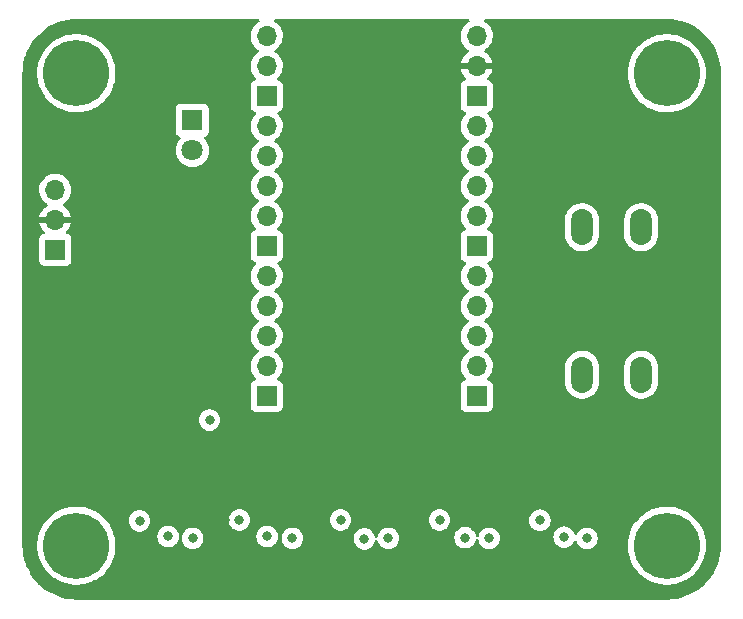
<source format=gbr>
%TF.GenerationSoftware,KiCad,Pcbnew,(6.0.9)*%
%TF.CreationDate,2022-11-19T08:59:55-07:00*%
%TF.ProjectId,AQM,41514d2e-6b69-4636-9164-5f7063625858,rev?*%
%TF.SameCoordinates,Original*%
%TF.FileFunction,Copper,L3,Inr*%
%TF.FilePolarity,Positive*%
%FSLAX46Y46*%
G04 Gerber Fmt 4.6, Leading zero omitted, Abs format (unit mm)*
G04 Created by KiCad (PCBNEW (6.0.9)) date 2022-11-19 08:59:55*
%MOMM*%
%LPD*%
G01*
G04 APERTURE LIST*
%TA.AperFunction,ComponentPad*%
%ADD10R,1.700000X1.700000*%
%TD*%
%TA.AperFunction,ComponentPad*%
%ADD11O,1.700000X1.700000*%
%TD*%
%TA.AperFunction,ComponentPad*%
%ADD12C,5.600000*%
%TD*%
%TA.AperFunction,ComponentPad*%
%ADD13R,1.800000X1.800000*%
%TD*%
%TA.AperFunction,ComponentPad*%
%ADD14C,1.800000*%
%TD*%
%TA.AperFunction,ComponentPad*%
%ADD15O,1.850000X3.048000*%
%TD*%
%TA.AperFunction,ViaPad*%
%ADD16C,0.800000*%
%TD*%
G04 APERTURE END LIST*
D10*
%TO.N,Net-(J6-Pad1)*%
%TO.C,J6*%
X93210000Y-59950000D03*
D11*
%TO.N,VBUS*%
X93210000Y-57410000D03*
%TO.N,GND*%
X93210000Y-54870000D03*
%TD*%
D12*
%TO.N,GND*%
%TO.C,H3*%
X145000000Y-85000000D03*
%TD*%
%TO.N,GND*%
%TO.C,H4*%
X95000000Y-85000000D03*
%TD*%
D11*
%TO.N,unconnected-(U1-Pad1)*%
%TO.C,U1*%
X111110000Y-41854400D03*
%TO.N,unconnected-(U1-Pad2)*%
X111110000Y-44394400D03*
D10*
%TO.N,unconnected-(U1-Pad3)*%
X111110000Y-46934400D03*
D11*
%TO.N,GND*%
X111110000Y-49474400D03*
X111110000Y-52014400D03*
%TO.N,Net-(U1-Pad6)*%
X111110000Y-54554400D03*
%TO.N,unconnected-(U1-Pad7)*%
X111110000Y-57094400D03*
D10*
%TO.N,Net-(U1-Pad8)*%
X111110000Y-59634400D03*
D11*
%TO.N,unconnected-(U1-Pad9)*%
X111110000Y-62174400D03*
%TO.N,unconnected-(U1-Pad10)*%
X111110000Y-64714400D03*
%TO.N,unconnected-(U1-Pad11)*%
X111110000Y-67254400D03*
%TO.N,unconnected-(U1-Pad12)*%
X111110000Y-69794400D03*
D10*
%TO.N,unconnected-(U1-Pad13)*%
X111110000Y-72334400D03*
%TO.N,Net-(U1-Pad14)*%
X128890000Y-72334400D03*
D11*
%TO.N,unconnected-(U1-Pad15)*%
X128890000Y-69794400D03*
%TO.N,unconnected-(U1-Pad16)*%
X128890000Y-67254400D03*
%TO.N,unconnected-(U1-Pad17)*%
X128890000Y-64714400D03*
%TO.N,unconnected-(U1-Pad18)*%
X128890000Y-62174400D03*
D10*
%TO.N,unconnected-(U1-Pad19)*%
X128890000Y-59634400D03*
D11*
%TO.N,unconnected-(U1-Pad20)*%
X128890000Y-57094400D03*
%TO.N,unconnected-(U1-Pad21)*%
X128890000Y-54554400D03*
%TO.N,+3V3*%
X128890000Y-52014400D03*
%TO.N,unconnected-(U1-Pad23)*%
X128890000Y-49474400D03*
D10*
%TO.N,GND*%
X128890000Y-46934400D03*
D11*
%TO.N,VBUS*%
X128890000Y-44394400D03*
%TO.N,unconnected-(U1-Pad26)*%
X128890000Y-41854400D03*
%TD*%
D12*
%TO.N,GND*%
%TO.C,H1*%
X95000000Y-45000000D03*
%TD*%
D13*
%TO.N,GND*%
%TO.C,D1*%
X104825000Y-49000000D03*
D14*
%TO.N,Net-(D1-Pad2)*%
X104825000Y-51540000D03*
%TD*%
D12*
%TO.N,GND*%
%TO.C,H2*%
X145000000Y-45000000D03*
%TD*%
D15*
%TO.N,Net-(R3-Pad2)*%
%TO.C,SW1*%
X142825000Y-58035000D03*
X142825000Y-70535000D03*
%TO.N,+3V3*%
X137825000Y-70535000D03*
X137825000Y-58035000D03*
%TD*%
D16*
%TO.N,Net-(C7-Pad1)*%
X136296400Y-84277200D03*
%TO.N,Net-(C13-Pad1)*%
X127914400Y-84328000D03*
%TO.N,Net-(C10-Pad1)*%
X119380000Y-84429600D03*
%TO.N,Net-(C12-Pad1)*%
X111150400Y-84226400D03*
%TO.N,Net-(C11-Pad1)*%
X102768400Y-84226400D03*
%TO.N,/I2C/I2C.SCL*%
X104851200Y-84378800D03*
X113284000Y-84378800D03*
X138226800Y-84378800D03*
X121412000Y-84378800D03*
X129946400Y-84378800D03*
%TO.N,VBUS*%
X97450000Y-54570000D03*
%TO.N,+3V3*%
X125750000Y-82825000D03*
X134250000Y-82850000D03*
X108800000Y-82825000D03*
X106273600Y-74371200D03*
X100350000Y-82900000D03*
X117375000Y-82825000D03*
%TO.N,VBUS*%
X115900000Y-82775000D03*
X107625000Y-82850000D03*
X132725000Y-82850000D03*
X124450000Y-82825000D03*
X101650800Y-74422000D03*
X141250000Y-82850000D03*
%TD*%
%TA.AperFunction,Conductor*%
%TO.N,VBUS*%
G36*
X110450494Y-40453502D02*
G01*
X110496987Y-40507158D01*
X110507091Y-40577432D01*
X110477597Y-40642012D01*
X110440558Y-40671260D01*
X110383607Y-40700907D01*
X110379474Y-40704010D01*
X110379471Y-40704012D01*
X110355247Y-40722200D01*
X110204965Y-40835035D01*
X110050629Y-40996538D01*
X110047715Y-41000810D01*
X110047714Y-41000811D01*
X109962556Y-41125649D01*
X109924743Y-41181080D01*
X109830688Y-41383705D01*
X109770989Y-41598970D01*
X109747251Y-41821095D01*
X109747548Y-41826248D01*
X109747548Y-41826251D01*
X109752852Y-41918237D01*
X109760110Y-42044115D01*
X109761247Y-42049161D01*
X109761248Y-42049167D01*
X109768282Y-42080378D01*
X109809222Y-42262039D01*
X109859317Y-42385408D01*
X109890900Y-42463188D01*
X109893266Y-42469016D01*
X110009987Y-42659488D01*
X110156250Y-42828338D01*
X110328126Y-42971032D01*
X110376963Y-42999570D01*
X110401445Y-43013876D01*
X110450169Y-43065514D01*
X110463240Y-43135297D01*
X110436509Y-43201069D01*
X110396055Y-43234427D01*
X110383607Y-43240907D01*
X110379474Y-43244010D01*
X110379471Y-43244012D01*
X110209100Y-43371930D01*
X110204965Y-43375035D01*
X110050629Y-43536538D01*
X110047715Y-43540810D01*
X110047714Y-43540811D01*
X110035404Y-43558857D01*
X109924743Y-43721080D01*
X109830688Y-43923705D01*
X109770989Y-44138970D01*
X109747251Y-44361095D01*
X109747548Y-44366248D01*
X109747548Y-44366251D01*
X109753011Y-44460990D01*
X109760110Y-44584115D01*
X109761247Y-44589161D01*
X109761248Y-44589167D01*
X109774597Y-44648400D01*
X109809222Y-44802039D01*
X109849346Y-44900853D01*
X109890344Y-45001819D01*
X109893266Y-45009016D01*
X110009987Y-45199488D01*
X110156250Y-45368338D01*
X110160230Y-45371642D01*
X110164981Y-45375587D01*
X110204616Y-45434490D01*
X110206113Y-45505471D01*
X110168997Y-45565993D01*
X110128724Y-45590512D01*
X110013295Y-45633785D01*
X109896739Y-45721139D01*
X109809385Y-45837695D01*
X109758255Y-45974084D01*
X109751500Y-46036266D01*
X109751500Y-47832534D01*
X109758255Y-47894716D01*
X109809385Y-48031105D01*
X109896739Y-48147661D01*
X110013295Y-48235015D01*
X110021704Y-48238167D01*
X110021705Y-48238168D01*
X110130451Y-48278935D01*
X110187216Y-48321576D01*
X110211916Y-48388138D01*
X110196709Y-48457487D01*
X110177316Y-48483968D01*
X110050629Y-48616538D01*
X109924743Y-48801080D01*
X109830688Y-49003705D01*
X109770989Y-49218970D01*
X109747251Y-49441095D01*
X109747548Y-49446248D01*
X109747548Y-49446251D01*
X109753011Y-49540990D01*
X109760110Y-49664115D01*
X109761247Y-49669161D01*
X109761248Y-49669167D01*
X109781119Y-49757339D01*
X109809222Y-49882039D01*
X109893266Y-50089016D01*
X109895965Y-50093420D01*
X110003341Y-50268642D01*
X110009987Y-50279488D01*
X110156250Y-50448338D01*
X110328126Y-50591032D01*
X110398595Y-50632211D01*
X110401445Y-50633876D01*
X110450169Y-50685514D01*
X110463240Y-50755297D01*
X110436509Y-50821069D01*
X110396055Y-50854427D01*
X110383607Y-50860907D01*
X110379474Y-50864010D01*
X110379471Y-50864012D01*
X110355247Y-50882200D01*
X110204965Y-50995035D01*
X110050629Y-51156538D01*
X109924743Y-51341080D01*
X109909003Y-51374990D01*
X109833965Y-51536646D01*
X109830688Y-51543705D01*
X109770989Y-51758970D01*
X109747251Y-51981095D01*
X109747548Y-51986248D01*
X109747548Y-51986251D01*
X109753011Y-52080990D01*
X109760110Y-52204115D01*
X109761247Y-52209161D01*
X109761248Y-52209167D01*
X109775435Y-52272116D01*
X109809222Y-52422039D01*
X109862434Y-52553086D01*
X109889400Y-52619494D01*
X109893266Y-52629016D01*
X109895965Y-52633420D01*
X109969851Y-52753991D01*
X110009987Y-52819488D01*
X110156250Y-52988338D01*
X110328126Y-53131032D01*
X110398595Y-53172211D01*
X110401445Y-53173876D01*
X110450169Y-53225514D01*
X110463240Y-53295297D01*
X110436509Y-53361069D01*
X110396055Y-53394427D01*
X110383607Y-53400907D01*
X110379474Y-53404010D01*
X110379471Y-53404012D01*
X110234538Y-53512831D01*
X110204965Y-53535035D01*
X110050629Y-53696538D01*
X110047715Y-53700810D01*
X110047714Y-53700811D01*
X110024666Y-53734598D01*
X109924743Y-53881080D01*
X109830688Y-54083705D01*
X109770989Y-54298970D01*
X109747251Y-54521095D01*
X109747548Y-54526248D01*
X109747548Y-54526251D01*
X109752937Y-54619707D01*
X109760110Y-54744115D01*
X109761247Y-54749161D01*
X109761248Y-54749167D01*
X109779817Y-54831562D01*
X109809222Y-54962039D01*
X109847461Y-55056211D01*
X109890833Y-55163023D01*
X109893266Y-55169016D01*
X110009987Y-55359488D01*
X110156250Y-55528338D01*
X110328126Y-55671032D01*
X110341745Y-55678990D01*
X110401445Y-55713876D01*
X110450169Y-55765514D01*
X110463240Y-55835297D01*
X110436509Y-55901069D01*
X110396055Y-55934427D01*
X110383607Y-55940907D01*
X110379474Y-55944010D01*
X110379471Y-55944012D01*
X110209100Y-56071930D01*
X110204965Y-56075035D01*
X110171571Y-56109980D01*
X110055202Y-56231753D01*
X110050629Y-56236538D01*
X109924743Y-56421080D01*
X109909003Y-56454990D01*
X109859005Y-56562702D01*
X109830688Y-56623705D01*
X109770989Y-56838970D01*
X109747251Y-57061095D01*
X109747548Y-57066248D01*
X109747548Y-57066251D01*
X109753623Y-57171605D01*
X109760110Y-57284115D01*
X109761247Y-57289161D01*
X109761248Y-57289167D01*
X109776212Y-57355563D01*
X109809222Y-57502039D01*
X109847461Y-57596211D01*
X109890787Y-57702910D01*
X109893266Y-57709016D01*
X110009987Y-57899488D01*
X110156250Y-58068338D01*
X110160230Y-58071642D01*
X110164981Y-58075587D01*
X110204616Y-58134490D01*
X110206113Y-58205471D01*
X110168997Y-58265993D01*
X110128724Y-58290512D01*
X110013295Y-58333785D01*
X109896739Y-58421139D01*
X109809385Y-58537695D01*
X109758255Y-58674084D01*
X109751500Y-58736266D01*
X109751500Y-60532534D01*
X109758255Y-60594716D01*
X109809385Y-60731105D01*
X109896739Y-60847661D01*
X110013295Y-60935015D01*
X110021704Y-60938167D01*
X110021705Y-60938168D01*
X110130451Y-60978935D01*
X110187216Y-61021576D01*
X110211916Y-61088138D01*
X110196709Y-61157487D01*
X110177316Y-61183968D01*
X110064766Y-61301745D01*
X110050629Y-61316538D01*
X109924743Y-61501080D01*
X109830688Y-61703705D01*
X109770989Y-61918970D01*
X109747251Y-62141095D01*
X109747548Y-62146248D01*
X109747548Y-62146251D01*
X109753011Y-62240990D01*
X109760110Y-62364115D01*
X109761247Y-62369161D01*
X109761248Y-62369167D01*
X109781119Y-62457339D01*
X109809222Y-62582039D01*
X109893266Y-62789016D01*
X110009987Y-62979488D01*
X110156250Y-63148338D01*
X110328126Y-63291032D01*
X110398595Y-63332211D01*
X110401445Y-63333876D01*
X110450169Y-63385514D01*
X110463240Y-63455297D01*
X110436509Y-63521069D01*
X110396055Y-63554427D01*
X110383607Y-63560907D01*
X110379474Y-63564010D01*
X110379471Y-63564012D01*
X110355247Y-63582200D01*
X110204965Y-63695035D01*
X110050629Y-63856538D01*
X109924743Y-64041080D01*
X109830688Y-64243705D01*
X109770989Y-64458970D01*
X109747251Y-64681095D01*
X109747548Y-64686248D01*
X109747548Y-64686251D01*
X109753011Y-64780990D01*
X109760110Y-64904115D01*
X109761247Y-64909161D01*
X109761248Y-64909167D01*
X109781119Y-64997339D01*
X109809222Y-65122039D01*
X109893266Y-65329016D01*
X110009987Y-65519488D01*
X110156250Y-65688338D01*
X110328126Y-65831032D01*
X110398595Y-65872211D01*
X110401445Y-65873876D01*
X110450169Y-65925514D01*
X110463240Y-65995297D01*
X110436509Y-66061069D01*
X110396055Y-66094427D01*
X110383607Y-66100907D01*
X110379474Y-66104010D01*
X110379471Y-66104012D01*
X110355247Y-66122200D01*
X110204965Y-66235035D01*
X110050629Y-66396538D01*
X109924743Y-66581080D01*
X109830688Y-66783705D01*
X109770989Y-66998970D01*
X109747251Y-67221095D01*
X109747548Y-67226248D01*
X109747548Y-67226251D01*
X109753011Y-67320990D01*
X109760110Y-67444115D01*
X109761247Y-67449161D01*
X109761248Y-67449167D01*
X109781119Y-67537339D01*
X109809222Y-67662039D01*
X109893266Y-67869016D01*
X110009987Y-68059488D01*
X110156250Y-68228338D01*
X110328126Y-68371032D01*
X110398595Y-68412211D01*
X110401445Y-68413876D01*
X110450169Y-68465514D01*
X110463240Y-68535297D01*
X110436509Y-68601069D01*
X110396055Y-68634427D01*
X110383607Y-68640907D01*
X110379474Y-68644010D01*
X110379471Y-68644012D01*
X110209100Y-68771930D01*
X110204965Y-68775035D01*
X110050629Y-68936538D01*
X110047715Y-68940810D01*
X110047714Y-68940811D01*
X109983431Y-69035046D01*
X109924743Y-69121080D01*
X109830688Y-69323705D01*
X109770989Y-69538970D01*
X109747251Y-69761095D01*
X109747548Y-69766248D01*
X109747548Y-69766251D01*
X109759812Y-69978947D01*
X109760110Y-69984115D01*
X109761247Y-69989161D01*
X109761248Y-69989167D01*
X109781119Y-70077339D01*
X109809222Y-70202039D01*
X109893266Y-70409016D01*
X110009987Y-70599488D01*
X110156250Y-70768338D01*
X110160230Y-70771642D01*
X110164981Y-70775587D01*
X110204616Y-70834490D01*
X110206113Y-70905471D01*
X110168997Y-70965993D01*
X110128724Y-70990512D01*
X110013295Y-71033785D01*
X109896739Y-71121139D01*
X109809385Y-71237695D01*
X109758255Y-71374084D01*
X109751500Y-71436266D01*
X109751500Y-73232534D01*
X109758255Y-73294716D01*
X109809385Y-73431105D01*
X109896739Y-73547661D01*
X110013295Y-73635015D01*
X110149684Y-73686145D01*
X110211866Y-73692900D01*
X112008134Y-73692900D01*
X112070316Y-73686145D01*
X112206705Y-73635015D01*
X112323261Y-73547661D01*
X112410615Y-73431105D01*
X112461745Y-73294716D01*
X112468500Y-73232534D01*
X112468500Y-71436266D01*
X112461745Y-71374084D01*
X112410615Y-71237695D01*
X112323261Y-71121139D01*
X112206705Y-71033785D01*
X112194132Y-71029072D01*
X112088203Y-70989360D01*
X112031439Y-70946718D01*
X112006739Y-70880156D01*
X112021947Y-70810808D01*
X112043493Y-70782127D01*
X112144435Y-70681537D01*
X112148096Y-70677889D01*
X112207594Y-70595089D01*
X112275435Y-70500677D01*
X112278453Y-70496477D01*
X112377430Y-70296211D01*
X112442370Y-70082469D01*
X112471529Y-69860990D01*
X112473156Y-69794400D01*
X112470418Y-69761095D01*
X127527251Y-69761095D01*
X127527548Y-69766248D01*
X127527548Y-69766251D01*
X127539812Y-69978947D01*
X127540110Y-69984115D01*
X127541247Y-69989161D01*
X127541248Y-69989167D01*
X127561119Y-70077339D01*
X127589222Y-70202039D01*
X127673266Y-70409016D01*
X127789987Y-70599488D01*
X127936250Y-70768338D01*
X127940230Y-70771642D01*
X127944981Y-70775587D01*
X127984616Y-70834490D01*
X127986113Y-70905471D01*
X127948997Y-70965993D01*
X127908724Y-70990512D01*
X127793295Y-71033785D01*
X127676739Y-71121139D01*
X127589385Y-71237695D01*
X127538255Y-71374084D01*
X127531500Y-71436266D01*
X127531500Y-73232534D01*
X127538255Y-73294716D01*
X127589385Y-73431105D01*
X127676739Y-73547661D01*
X127793295Y-73635015D01*
X127929684Y-73686145D01*
X127991866Y-73692900D01*
X129788134Y-73692900D01*
X129850316Y-73686145D01*
X129986705Y-73635015D01*
X130103261Y-73547661D01*
X130190615Y-73431105D01*
X130241745Y-73294716D01*
X130248500Y-73232534D01*
X130248500Y-71436266D01*
X130241745Y-71374084D01*
X130190615Y-71237695D01*
X130157685Y-71193757D01*
X136391500Y-71193757D01*
X136391712Y-71196330D01*
X136391712Y-71196341D01*
X136405478Y-71363779D01*
X136405479Y-71363785D01*
X136405902Y-71368930D01*
X136463327Y-71597551D01*
X136557322Y-71813723D01*
X136685360Y-72011641D01*
X136688839Y-72015464D01*
X136688841Y-72015467D01*
X136713858Y-72042960D01*
X136844005Y-72185989D01*
X136848056Y-72189188D01*
X136848060Y-72189192D01*
X137024939Y-72328883D01*
X137024943Y-72328885D01*
X137028994Y-72332085D01*
X137235361Y-72446005D01*
X137240230Y-72447729D01*
X137240234Y-72447731D01*
X137452689Y-72522965D01*
X137452693Y-72522966D01*
X137457564Y-72524691D01*
X137462657Y-72525598D01*
X137462660Y-72525599D01*
X137684544Y-72565123D01*
X137684550Y-72565124D01*
X137689633Y-72566029D01*
X137780477Y-72567139D01*
X137920170Y-72568846D01*
X137920172Y-72568846D01*
X137925339Y-72568909D01*
X138158349Y-72533253D01*
X138382407Y-72460020D01*
X138591496Y-72351175D01*
X138595629Y-72348072D01*
X138595632Y-72348070D01*
X138775865Y-72212747D01*
X138775868Y-72212745D01*
X138780000Y-72209642D01*
X138942857Y-72039223D01*
X139075693Y-71844492D01*
X139077869Y-71839805D01*
X139172764Y-71635372D01*
X139172766Y-71635367D01*
X139174941Y-71630681D01*
X139237935Y-71403532D01*
X139242183Y-71363779D01*
X139258144Y-71214437D01*
X139258144Y-71214429D01*
X139258500Y-71211102D01*
X139258500Y-71193757D01*
X141391500Y-71193757D01*
X141391712Y-71196330D01*
X141391712Y-71196341D01*
X141405478Y-71363779D01*
X141405479Y-71363785D01*
X141405902Y-71368930D01*
X141463327Y-71597551D01*
X141557322Y-71813723D01*
X141685360Y-72011641D01*
X141688839Y-72015464D01*
X141688841Y-72015467D01*
X141713858Y-72042960D01*
X141844005Y-72185989D01*
X141848056Y-72189188D01*
X141848060Y-72189192D01*
X142024939Y-72328883D01*
X142024943Y-72328885D01*
X142028994Y-72332085D01*
X142235361Y-72446005D01*
X142240230Y-72447729D01*
X142240234Y-72447731D01*
X142452689Y-72522965D01*
X142452693Y-72522966D01*
X142457564Y-72524691D01*
X142462657Y-72525598D01*
X142462660Y-72525599D01*
X142684544Y-72565123D01*
X142684550Y-72565124D01*
X142689633Y-72566029D01*
X142780477Y-72567139D01*
X142920170Y-72568846D01*
X142920172Y-72568846D01*
X142925339Y-72568909D01*
X143158349Y-72533253D01*
X143382407Y-72460020D01*
X143591496Y-72351175D01*
X143595629Y-72348072D01*
X143595632Y-72348070D01*
X143775865Y-72212747D01*
X143775868Y-72212745D01*
X143780000Y-72209642D01*
X143942857Y-72039223D01*
X144075693Y-71844492D01*
X144077869Y-71839805D01*
X144172764Y-71635372D01*
X144172766Y-71635367D01*
X144174941Y-71630681D01*
X144237935Y-71403532D01*
X144242183Y-71363779D01*
X144258144Y-71214437D01*
X144258144Y-71214429D01*
X144258500Y-71211102D01*
X144258500Y-69876243D01*
X144252048Y-69797765D01*
X144244522Y-69706221D01*
X144244521Y-69706215D01*
X144244098Y-69701070D01*
X144186673Y-69472449D01*
X144092678Y-69256277D01*
X143964640Y-69058359D01*
X143939543Y-69030777D01*
X143809473Y-68887833D01*
X143809471Y-68887832D01*
X143805995Y-68884011D01*
X143801944Y-68880812D01*
X143801940Y-68880808D01*
X143625061Y-68741117D01*
X143625057Y-68741115D01*
X143621006Y-68737915D01*
X143414639Y-68623995D01*
X143409770Y-68622271D01*
X143409766Y-68622269D01*
X143197311Y-68547035D01*
X143197307Y-68547034D01*
X143192436Y-68545309D01*
X143187343Y-68544402D01*
X143187340Y-68544401D01*
X142965456Y-68504877D01*
X142965450Y-68504876D01*
X142960367Y-68503971D01*
X142869523Y-68502861D01*
X142729830Y-68501154D01*
X142729828Y-68501154D01*
X142724661Y-68501091D01*
X142491651Y-68536747D01*
X142267593Y-68609980D01*
X142058504Y-68718825D01*
X142054371Y-68721928D01*
X142054368Y-68721930D01*
X141874135Y-68857253D01*
X141870000Y-68860358D01*
X141707143Y-69030777D01*
X141574307Y-69225508D01*
X141572133Y-69230192D01*
X141572131Y-69230195D01*
X141530905Y-69319010D01*
X141475059Y-69439319D01*
X141412065Y-69666468D01*
X141391500Y-69858898D01*
X141391500Y-71193757D01*
X139258500Y-71193757D01*
X139258500Y-69876243D01*
X139252048Y-69797765D01*
X139244522Y-69706221D01*
X139244521Y-69706215D01*
X139244098Y-69701070D01*
X139186673Y-69472449D01*
X139092678Y-69256277D01*
X138964640Y-69058359D01*
X138939543Y-69030777D01*
X138809473Y-68887833D01*
X138809471Y-68887832D01*
X138805995Y-68884011D01*
X138801944Y-68880812D01*
X138801940Y-68880808D01*
X138625061Y-68741117D01*
X138625057Y-68741115D01*
X138621006Y-68737915D01*
X138414639Y-68623995D01*
X138409770Y-68622271D01*
X138409766Y-68622269D01*
X138197311Y-68547035D01*
X138197307Y-68547034D01*
X138192436Y-68545309D01*
X138187343Y-68544402D01*
X138187340Y-68544401D01*
X137965456Y-68504877D01*
X137965450Y-68504876D01*
X137960367Y-68503971D01*
X137869523Y-68502861D01*
X137729830Y-68501154D01*
X137729828Y-68501154D01*
X137724661Y-68501091D01*
X137491651Y-68536747D01*
X137267593Y-68609980D01*
X137058504Y-68718825D01*
X137054371Y-68721928D01*
X137054368Y-68721930D01*
X136874135Y-68857253D01*
X136870000Y-68860358D01*
X136707143Y-69030777D01*
X136574307Y-69225508D01*
X136572133Y-69230192D01*
X136572131Y-69230195D01*
X136530905Y-69319010D01*
X136475059Y-69439319D01*
X136412065Y-69666468D01*
X136391500Y-69858898D01*
X136391500Y-71193757D01*
X130157685Y-71193757D01*
X130103261Y-71121139D01*
X129986705Y-71033785D01*
X129974132Y-71029072D01*
X129868203Y-70989360D01*
X129811439Y-70946718D01*
X129786739Y-70880156D01*
X129801947Y-70810808D01*
X129823493Y-70782127D01*
X129924435Y-70681537D01*
X129928096Y-70677889D01*
X129987594Y-70595089D01*
X130055435Y-70500677D01*
X130058453Y-70496477D01*
X130157430Y-70296211D01*
X130222370Y-70082469D01*
X130251529Y-69860990D01*
X130253156Y-69794400D01*
X130234852Y-69571761D01*
X130180431Y-69355102D01*
X130091354Y-69150240D01*
X130034723Y-69062702D01*
X129972822Y-68967017D01*
X129972820Y-68967014D01*
X129970014Y-68962677D01*
X129819670Y-68797451D01*
X129815619Y-68794252D01*
X129815615Y-68794248D01*
X129648414Y-68662200D01*
X129648410Y-68662198D01*
X129644359Y-68658998D01*
X129603053Y-68636196D01*
X129553084Y-68585764D01*
X129538312Y-68516321D01*
X129563428Y-68449916D01*
X129590780Y-68423309D01*
X129634603Y-68392050D01*
X129769860Y-68295573D01*
X129928096Y-68137889D01*
X129987594Y-68055089D01*
X130055435Y-67960677D01*
X130058453Y-67956477D01*
X130157430Y-67756211D01*
X130222370Y-67542469D01*
X130251529Y-67320990D01*
X130253156Y-67254400D01*
X130234852Y-67031761D01*
X130180431Y-66815102D01*
X130091354Y-66610240D01*
X129970014Y-66422677D01*
X129819670Y-66257451D01*
X129815619Y-66254252D01*
X129815615Y-66254248D01*
X129648414Y-66122200D01*
X129648410Y-66122198D01*
X129644359Y-66118998D01*
X129603053Y-66096196D01*
X129553084Y-66045764D01*
X129538312Y-65976321D01*
X129563428Y-65909916D01*
X129590780Y-65883309D01*
X129634603Y-65852050D01*
X129769860Y-65755573D01*
X129928096Y-65597889D01*
X129987594Y-65515089D01*
X130055435Y-65420677D01*
X130058453Y-65416477D01*
X130157430Y-65216211D01*
X130222370Y-65002469D01*
X130251529Y-64780990D01*
X130253156Y-64714400D01*
X130234852Y-64491761D01*
X130180431Y-64275102D01*
X130091354Y-64070240D01*
X129970014Y-63882677D01*
X129819670Y-63717451D01*
X129815619Y-63714252D01*
X129815615Y-63714248D01*
X129648414Y-63582200D01*
X129648410Y-63582198D01*
X129644359Y-63578998D01*
X129603053Y-63556196D01*
X129553084Y-63505764D01*
X129538312Y-63436321D01*
X129563428Y-63369916D01*
X129590780Y-63343309D01*
X129634603Y-63312050D01*
X129769860Y-63215573D01*
X129928096Y-63057889D01*
X129987594Y-62975089D01*
X130055435Y-62880677D01*
X130058453Y-62876477D01*
X130157430Y-62676211D01*
X130222370Y-62462469D01*
X130251529Y-62240990D01*
X130253156Y-62174400D01*
X130234852Y-61951761D01*
X130180431Y-61735102D01*
X130091354Y-61530240D01*
X129970014Y-61342677D01*
X129966532Y-61338850D01*
X129822798Y-61180888D01*
X129791746Y-61117042D01*
X129800141Y-61046543D01*
X129845317Y-60991775D01*
X129871761Y-60978106D01*
X129978297Y-60938167D01*
X129986705Y-60935015D01*
X130103261Y-60847661D01*
X130190615Y-60731105D01*
X130241745Y-60594716D01*
X130248500Y-60532534D01*
X130248500Y-58736266D01*
X130243882Y-58693757D01*
X136391500Y-58693757D01*
X136391712Y-58696330D01*
X136391712Y-58696341D01*
X136405478Y-58863779D01*
X136405479Y-58863785D01*
X136405902Y-58868930D01*
X136463327Y-59097551D01*
X136557322Y-59313723D01*
X136685360Y-59511641D01*
X136688839Y-59515464D01*
X136688841Y-59515467D01*
X136713858Y-59542960D01*
X136844005Y-59685989D01*
X136848056Y-59689188D01*
X136848060Y-59689192D01*
X137024939Y-59828883D01*
X137024943Y-59828885D01*
X137028994Y-59832085D01*
X137235361Y-59946005D01*
X137240230Y-59947729D01*
X137240234Y-59947731D01*
X137452689Y-60022965D01*
X137452693Y-60022966D01*
X137457564Y-60024691D01*
X137462657Y-60025598D01*
X137462660Y-60025599D01*
X137684544Y-60065123D01*
X137684550Y-60065124D01*
X137689633Y-60066029D01*
X137780477Y-60067139D01*
X137920170Y-60068846D01*
X137920172Y-60068846D01*
X137925339Y-60068909D01*
X138158349Y-60033253D01*
X138382407Y-59960020D01*
X138591496Y-59851175D01*
X138595629Y-59848072D01*
X138595632Y-59848070D01*
X138775865Y-59712747D01*
X138775868Y-59712745D01*
X138780000Y-59709642D01*
X138942857Y-59539223D01*
X139075693Y-59344492D01*
X139077869Y-59339805D01*
X139172764Y-59135372D01*
X139172766Y-59135367D01*
X139174941Y-59130681D01*
X139237935Y-58903532D01*
X139255446Y-58739683D01*
X139258144Y-58714437D01*
X139258144Y-58714429D01*
X139258500Y-58711102D01*
X139258500Y-58693757D01*
X141391500Y-58693757D01*
X141391712Y-58696330D01*
X141391712Y-58696341D01*
X141405478Y-58863779D01*
X141405479Y-58863785D01*
X141405902Y-58868930D01*
X141463327Y-59097551D01*
X141557322Y-59313723D01*
X141685360Y-59511641D01*
X141688839Y-59515464D01*
X141688841Y-59515467D01*
X141713858Y-59542960D01*
X141844005Y-59685989D01*
X141848056Y-59689188D01*
X141848060Y-59689192D01*
X142024939Y-59828883D01*
X142024943Y-59828885D01*
X142028994Y-59832085D01*
X142235361Y-59946005D01*
X142240230Y-59947729D01*
X142240234Y-59947731D01*
X142452689Y-60022965D01*
X142452693Y-60022966D01*
X142457564Y-60024691D01*
X142462657Y-60025598D01*
X142462660Y-60025599D01*
X142684544Y-60065123D01*
X142684550Y-60065124D01*
X142689633Y-60066029D01*
X142780477Y-60067139D01*
X142920170Y-60068846D01*
X142920172Y-60068846D01*
X142925339Y-60068909D01*
X143158349Y-60033253D01*
X143382407Y-59960020D01*
X143591496Y-59851175D01*
X143595629Y-59848072D01*
X143595632Y-59848070D01*
X143775865Y-59712747D01*
X143775868Y-59712745D01*
X143780000Y-59709642D01*
X143942857Y-59539223D01*
X144075693Y-59344492D01*
X144077869Y-59339805D01*
X144172764Y-59135372D01*
X144172766Y-59135367D01*
X144174941Y-59130681D01*
X144237935Y-58903532D01*
X144255446Y-58739683D01*
X144258144Y-58714437D01*
X144258144Y-58714429D01*
X144258500Y-58711102D01*
X144258500Y-57376243D01*
X144250501Y-57278947D01*
X144244522Y-57206221D01*
X144244521Y-57206215D01*
X144244098Y-57201070D01*
X144186673Y-56972449D01*
X144092678Y-56756277D01*
X143964640Y-56558359D01*
X143955867Y-56548717D01*
X143809473Y-56387833D01*
X143809471Y-56387832D01*
X143805995Y-56384011D01*
X143801944Y-56380812D01*
X143801940Y-56380808D01*
X143625061Y-56241117D01*
X143625057Y-56241115D01*
X143621006Y-56237915D01*
X143609844Y-56231753D01*
X143514335Y-56179030D01*
X143414639Y-56123995D01*
X143409770Y-56122271D01*
X143409766Y-56122269D01*
X143197311Y-56047035D01*
X143197307Y-56047034D01*
X143192436Y-56045309D01*
X143187343Y-56044402D01*
X143187340Y-56044401D01*
X142965456Y-56004877D01*
X142965450Y-56004876D01*
X142960367Y-56003971D01*
X142869523Y-56002861D01*
X142729830Y-56001154D01*
X142729828Y-56001154D01*
X142724661Y-56001091D01*
X142491651Y-56036747D01*
X142267593Y-56109980D01*
X142235870Y-56126494D01*
X142088197Y-56203368D01*
X142058504Y-56218825D01*
X142054371Y-56221928D01*
X142054368Y-56221930D01*
X141874135Y-56357253D01*
X141870000Y-56360358D01*
X141707143Y-56530777D01*
X141574307Y-56725508D01*
X141572133Y-56730192D01*
X141572131Y-56730195D01*
X141504023Y-56876922D01*
X141475059Y-56939319D01*
X141412065Y-57166468D01*
X141391500Y-57358898D01*
X141391500Y-58693757D01*
X139258500Y-58693757D01*
X139258500Y-57376243D01*
X139250501Y-57278947D01*
X139244522Y-57206221D01*
X139244521Y-57206215D01*
X139244098Y-57201070D01*
X139186673Y-56972449D01*
X139092678Y-56756277D01*
X138964640Y-56558359D01*
X138955867Y-56548717D01*
X138809473Y-56387833D01*
X138809471Y-56387832D01*
X138805995Y-56384011D01*
X138801944Y-56380812D01*
X138801940Y-56380808D01*
X138625061Y-56241117D01*
X138625057Y-56241115D01*
X138621006Y-56237915D01*
X138609844Y-56231753D01*
X138514335Y-56179030D01*
X138414639Y-56123995D01*
X138409770Y-56122271D01*
X138409766Y-56122269D01*
X138197311Y-56047035D01*
X138197307Y-56047034D01*
X138192436Y-56045309D01*
X138187343Y-56044402D01*
X138187340Y-56044401D01*
X137965456Y-56004877D01*
X137965450Y-56004876D01*
X137960367Y-56003971D01*
X137869523Y-56002861D01*
X137729830Y-56001154D01*
X137729828Y-56001154D01*
X137724661Y-56001091D01*
X137491651Y-56036747D01*
X137267593Y-56109980D01*
X137235870Y-56126494D01*
X137088197Y-56203368D01*
X137058504Y-56218825D01*
X137054371Y-56221928D01*
X137054368Y-56221930D01*
X136874135Y-56357253D01*
X136870000Y-56360358D01*
X136707143Y-56530777D01*
X136574307Y-56725508D01*
X136572133Y-56730192D01*
X136572131Y-56730195D01*
X136504023Y-56876922D01*
X136475059Y-56939319D01*
X136412065Y-57166468D01*
X136391500Y-57358898D01*
X136391500Y-58693757D01*
X130243882Y-58693757D01*
X130241745Y-58674084D01*
X130190615Y-58537695D01*
X130103261Y-58421139D01*
X129986705Y-58333785D01*
X129974132Y-58329072D01*
X129868203Y-58289360D01*
X129811439Y-58246718D01*
X129786739Y-58180156D01*
X129801947Y-58110808D01*
X129823493Y-58082127D01*
X129924435Y-57981537D01*
X129928096Y-57977889D01*
X129987594Y-57895089D01*
X130055435Y-57800677D01*
X130058453Y-57796477D01*
X130104697Y-57702910D01*
X130155136Y-57600853D01*
X130155137Y-57600851D01*
X130157430Y-57596211D01*
X130222370Y-57382469D01*
X130251529Y-57160990D01*
X130253156Y-57094400D01*
X130234852Y-56871761D01*
X130180431Y-56655102D01*
X130091354Y-56450240D01*
X129970014Y-56262677D01*
X129819670Y-56097451D01*
X129815619Y-56094252D01*
X129815615Y-56094248D01*
X129648414Y-55962200D01*
X129648410Y-55962198D01*
X129644359Y-55958998D01*
X129603053Y-55936196D01*
X129553084Y-55885764D01*
X129538312Y-55816321D01*
X129563428Y-55749916D01*
X129590780Y-55723309D01*
X129658383Y-55675088D01*
X129769860Y-55595573D01*
X129798094Y-55567438D01*
X129924435Y-55441537D01*
X129928096Y-55437889D01*
X129987594Y-55355089D01*
X130055435Y-55260677D01*
X130058453Y-55256477D01*
X130109625Y-55152939D01*
X130155136Y-55060853D01*
X130155137Y-55060851D01*
X130157430Y-55056211D01*
X130212983Y-54873365D01*
X130220865Y-54847423D01*
X130220865Y-54847421D01*
X130222370Y-54842469D01*
X130251529Y-54620990D01*
X130253156Y-54554400D01*
X130234852Y-54331761D01*
X130180431Y-54115102D01*
X130091354Y-53910240D01*
X129970014Y-53722677D01*
X129819670Y-53557451D01*
X129815619Y-53554252D01*
X129815615Y-53554248D01*
X129648414Y-53422200D01*
X129648410Y-53422198D01*
X129644359Y-53418998D01*
X129603053Y-53396196D01*
X129553084Y-53345764D01*
X129538312Y-53276321D01*
X129563428Y-53209916D01*
X129590780Y-53183309D01*
X129634603Y-53152050D01*
X129769860Y-53055573D01*
X129928096Y-52897889D01*
X129957213Y-52857369D01*
X130055435Y-52720677D01*
X130058453Y-52716477D01*
X130066429Y-52700340D01*
X130155136Y-52520853D01*
X130155137Y-52520851D01*
X130157430Y-52516211D01*
X130222370Y-52302469D01*
X130251529Y-52080990D01*
X130253156Y-52014400D01*
X130234852Y-51791761D01*
X130180431Y-51575102D01*
X130091354Y-51370240D01*
X129970014Y-51182677D01*
X129819670Y-51017451D01*
X129815619Y-51014252D01*
X129815615Y-51014248D01*
X129648414Y-50882200D01*
X129648410Y-50882198D01*
X129644359Y-50878998D01*
X129603053Y-50856196D01*
X129553084Y-50805764D01*
X129538312Y-50736321D01*
X129563428Y-50669916D01*
X129590780Y-50643309D01*
X129634603Y-50612050D01*
X129769860Y-50515573D01*
X129928096Y-50357889D01*
X129987594Y-50275089D01*
X130055435Y-50180677D01*
X130058453Y-50176477D01*
X130140575Y-50010316D01*
X130155136Y-49980853D01*
X130155137Y-49980851D01*
X130157430Y-49976211D01*
X130222370Y-49762469D01*
X130251529Y-49540990D01*
X130253156Y-49474400D01*
X130234852Y-49251761D01*
X130180431Y-49035102D01*
X130091354Y-48830240D01*
X129970014Y-48642677D01*
X129966532Y-48638850D01*
X129822798Y-48480888D01*
X129791746Y-48417042D01*
X129800141Y-48346543D01*
X129845317Y-48291775D01*
X129871761Y-48278106D01*
X129978297Y-48238167D01*
X129986705Y-48235015D01*
X130103261Y-48147661D01*
X130190615Y-48031105D01*
X130241745Y-47894716D01*
X130248500Y-47832534D01*
X130248500Y-46036266D01*
X130241745Y-45974084D01*
X130190615Y-45837695D01*
X130103261Y-45721139D01*
X129986705Y-45633785D01*
X129867687Y-45589167D01*
X129810923Y-45546525D01*
X129786223Y-45479964D01*
X129801430Y-45410615D01*
X129822977Y-45381935D01*
X129924052Y-45281212D01*
X129930730Y-45273365D01*
X130055003Y-45100420D01*
X130060313Y-45091583D01*
X130111293Y-44988434D01*
X141686661Y-44988434D01*
X141704792Y-45346340D01*
X141705329Y-45349695D01*
X141705330Y-45349701D01*
X141726195Y-45479964D01*
X141761470Y-45700195D01*
X141856033Y-46045859D01*
X141987374Y-46379288D01*
X142153957Y-46696582D01*
X142155858Y-46699411D01*
X142155864Y-46699421D01*
X142339569Y-46972800D01*
X142353834Y-46994029D01*
X142584665Y-47268150D01*
X142843751Y-47515738D01*
X143128061Y-47733897D01*
X143160056Y-47753350D01*
X143431355Y-47918303D01*
X143431360Y-47918306D01*
X143434270Y-47920075D01*
X143437358Y-47921521D01*
X143437357Y-47921521D01*
X143755710Y-48070649D01*
X143755720Y-48070653D01*
X143758794Y-48072093D01*
X143762012Y-48073195D01*
X143762015Y-48073196D01*
X144094615Y-48187071D01*
X144094623Y-48187073D01*
X144097838Y-48188174D01*
X144447435Y-48266959D01*
X144499728Y-48272917D01*
X144800114Y-48307142D01*
X144800122Y-48307142D01*
X144803497Y-48307527D01*
X144806901Y-48307545D01*
X144806904Y-48307545D01*
X145001227Y-48308562D01*
X145161857Y-48309403D01*
X145165243Y-48309053D01*
X145165245Y-48309053D01*
X145514932Y-48272917D01*
X145514941Y-48272916D01*
X145518324Y-48272566D01*
X145521657Y-48271852D01*
X145521660Y-48271851D01*
X145718607Y-48229629D01*
X145868727Y-48197446D01*
X146208968Y-48084922D01*
X146535066Y-47936311D01*
X146715601Y-47829117D01*
X146840262Y-47755099D01*
X146840267Y-47755096D01*
X146843207Y-47753350D01*
X147129786Y-47538180D01*
X147391451Y-47293319D01*
X147625140Y-47021630D01*
X147731750Y-46866512D01*
X147826190Y-46729101D01*
X147826195Y-46729094D01*
X147828120Y-46726292D01*
X147829732Y-46723298D01*
X147829737Y-46723290D01*
X147996395Y-46413772D01*
X147998017Y-46410760D01*
X148132842Y-46078724D01*
X148143142Y-46042568D01*
X148203548Y-45830509D01*
X148231020Y-45734070D01*
X148255559Y-45590512D01*
X148290829Y-45384175D01*
X148290829Y-45384173D01*
X148291401Y-45380828D01*
X148292427Y-45364067D01*
X148313168Y-45024928D01*
X148313278Y-45023131D01*
X148313316Y-45012265D01*
X148313353Y-45001819D01*
X148313353Y-45001806D01*
X148313359Y-45000000D01*
X148293979Y-44642159D01*
X148236066Y-44288505D01*
X148140297Y-43943173D01*
X148137243Y-43935497D01*
X148009052Y-43613369D01*
X148007793Y-43610205D01*
X147919483Y-43443416D01*
X147841702Y-43296513D01*
X147841698Y-43296506D01*
X147840103Y-43293494D01*
X147639190Y-42996746D01*
X147619597Y-42973642D01*
X147416104Y-42733692D01*
X147407403Y-42723432D01*
X147147454Y-42476750D01*
X146871888Y-42266825D01*
X146865091Y-42261647D01*
X146865089Y-42261646D01*
X146862384Y-42259585D01*
X146859472Y-42257828D01*
X146859467Y-42257825D01*
X146558443Y-42076236D01*
X146558437Y-42076233D01*
X146555528Y-42074478D01*
X146230475Y-41923593D01*
X146016143Y-41851046D01*
X145894255Y-41809789D01*
X145894250Y-41809788D01*
X145891028Y-41808697D01*
X145692681Y-41764724D01*
X145544493Y-41731871D01*
X145544487Y-41731870D01*
X145541158Y-41731132D01*
X145537769Y-41730758D01*
X145537764Y-41730757D01*
X145188338Y-41692180D01*
X145188333Y-41692180D01*
X145184957Y-41691807D01*
X145181558Y-41691801D01*
X145181557Y-41691801D01*
X145012080Y-41691505D01*
X144826592Y-41691182D01*
X144713413Y-41703277D01*
X144473639Y-41728901D01*
X144473631Y-41728902D01*
X144470256Y-41729263D01*
X144120117Y-41805606D01*
X143780271Y-41919317D01*
X143777178Y-41920739D01*
X143777177Y-41920740D01*
X143770974Y-41923593D01*
X143454694Y-42069066D01*
X143451760Y-42070822D01*
X143451758Y-42070823D01*
X143323769Y-42147423D01*
X143147193Y-42253101D01*
X143144467Y-42255163D01*
X143144465Y-42255164D01*
X142869409Y-42463188D01*
X142861367Y-42469270D01*
X142600559Y-42715043D01*
X142598347Y-42717633D01*
X142598345Y-42717635D01*
X142577931Y-42741537D01*
X142367819Y-42987546D01*
X142365900Y-42990358D01*
X142365897Y-42990363D01*
X142311495Y-43070114D01*
X142165871Y-43283591D01*
X141997077Y-43599714D01*
X141863411Y-43932218D01*
X141862491Y-43935492D01*
X141862489Y-43935497D01*
X141784630Y-44212490D01*
X141766437Y-44277213D01*
X141707290Y-44630663D01*
X141686661Y-44988434D01*
X130111293Y-44988434D01*
X130154670Y-44900667D01*
X130158469Y-44891072D01*
X130220377Y-44687310D01*
X130222555Y-44677237D01*
X130223986Y-44666362D01*
X130221775Y-44652178D01*
X130208617Y-44648400D01*
X127573225Y-44648400D01*
X127559694Y-44652373D01*
X127558257Y-44662366D01*
X127588565Y-44796846D01*
X127591645Y-44806675D01*
X127671770Y-45004003D01*
X127676413Y-45013194D01*
X127787694Y-45194788D01*
X127793777Y-45203099D01*
X127933213Y-45364067D01*
X127940577Y-45371279D01*
X127945522Y-45375385D01*
X127985156Y-45434289D01*
X127986653Y-45505270D01*
X127949537Y-45565792D01*
X127909264Y-45590310D01*
X127801705Y-45630632D01*
X127801704Y-45630633D01*
X127793295Y-45633785D01*
X127676739Y-45721139D01*
X127589385Y-45837695D01*
X127538255Y-45974084D01*
X127531500Y-46036266D01*
X127531500Y-47832534D01*
X127538255Y-47894716D01*
X127589385Y-48031105D01*
X127676739Y-48147661D01*
X127793295Y-48235015D01*
X127801704Y-48238167D01*
X127801705Y-48238168D01*
X127910451Y-48278935D01*
X127967216Y-48321576D01*
X127991916Y-48388138D01*
X127976709Y-48457487D01*
X127957316Y-48483968D01*
X127830629Y-48616538D01*
X127704743Y-48801080D01*
X127610688Y-49003705D01*
X127550989Y-49218970D01*
X127527251Y-49441095D01*
X127527548Y-49446248D01*
X127527548Y-49446251D01*
X127533011Y-49540990D01*
X127540110Y-49664115D01*
X127541247Y-49669161D01*
X127541248Y-49669167D01*
X127561119Y-49757339D01*
X127589222Y-49882039D01*
X127673266Y-50089016D01*
X127675965Y-50093420D01*
X127783341Y-50268642D01*
X127789987Y-50279488D01*
X127936250Y-50448338D01*
X128108126Y-50591032D01*
X128178595Y-50632211D01*
X128181445Y-50633876D01*
X128230169Y-50685514D01*
X128243240Y-50755297D01*
X128216509Y-50821069D01*
X128176055Y-50854427D01*
X128163607Y-50860907D01*
X128159474Y-50864010D01*
X128159471Y-50864012D01*
X128135247Y-50882200D01*
X127984965Y-50995035D01*
X127830629Y-51156538D01*
X127704743Y-51341080D01*
X127689003Y-51374990D01*
X127613965Y-51536646D01*
X127610688Y-51543705D01*
X127550989Y-51758970D01*
X127527251Y-51981095D01*
X127527548Y-51986248D01*
X127527548Y-51986251D01*
X127533011Y-52080990D01*
X127540110Y-52204115D01*
X127541247Y-52209161D01*
X127541248Y-52209167D01*
X127555435Y-52272116D01*
X127589222Y-52422039D01*
X127642434Y-52553086D01*
X127669400Y-52619494D01*
X127673266Y-52629016D01*
X127675965Y-52633420D01*
X127749851Y-52753991D01*
X127789987Y-52819488D01*
X127936250Y-52988338D01*
X128108126Y-53131032D01*
X128178595Y-53172211D01*
X128181445Y-53173876D01*
X128230169Y-53225514D01*
X128243240Y-53295297D01*
X128216509Y-53361069D01*
X128176055Y-53394427D01*
X128163607Y-53400907D01*
X128159474Y-53404010D01*
X128159471Y-53404012D01*
X128014538Y-53512831D01*
X127984965Y-53535035D01*
X127830629Y-53696538D01*
X127827715Y-53700810D01*
X127827714Y-53700811D01*
X127804666Y-53734598D01*
X127704743Y-53881080D01*
X127610688Y-54083705D01*
X127550989Y-54298970D01*
X127527251Y-54521095D01*
X127527548Y-54526248D01*
X127527548Y-54526251D01*
X127532937Y-54619707D01*
X127540110Y-54744115D01*
X127541247Y-54749161D01*
X127541248Y-54749167D01*
X127559817Y-54831562D01*
X127589222Y-54962039D01*
X127627461Y-55056211D01*
X127670833Y-55163023D01*
X127673266Y-55169016D01*
X127789987Y-55359488D01*
X127936250Y-55528338D01*
X128108126Y-55671032D01*
X128121745Y-55678990D01*
X128181445Y-55713876D01*
X128230169Y-55765514D01*
X128243240Y-55835297D01*
X128216509Y-55901069D01*
X128176055Y-55934427D01*
X128163607Y-55940907D01*
X128159474Y-55944010D01*
X128159471Y-55944012D01*
X127989100Y-56071930D01*
X127984965Y-56075035D01*
X127951571Y-56109980D01*
X127835202Y-56231753D01*
X127830629Y-56236538D01*
X127704743Y-56421080D01*
X127689003Y-56454990D01*
X127639005Y-56562702D01*
X127610688Y-56623705D01*
X127550989Y-56838970D01*
X127527251Y-57061095D01*
X127527548Y-57066248D01*
X127527548Y-57066251D01*
X127533623Y-57171605D01*
X127540110Y-57284115D01*
X127541247Y-57289161D01*
X127541248Y-57289167D01*
X127556212Y-57355563D01*
X127589222Y-57502039D01*
X127627461Y-57596211D01*
X127670787Y-57702910D01*
X127673266Y-57709016D01*
X127789987Y-57899488D01*
X127936250Y-58068338D01*
X127940230Y-58071642D01*
X127944981Y-58075587D01*
X127984616Y-58134490D01*
X127986113Y-58205471D01*
X127948997Y-58265993D01*
X127908724Y-58290512D01*
X127793295Y-58333785D01*
X127676739Y-58421139D01*
X127589385Y-58537695D01*
X127538255Y-58674084D01*
X127531500Y-58736266D01*
X127531500Y-60532534D01*
X127538255Y-60594716D01*
X127589385Y-60731105D01*
X127676739Y-60847661D01*
X127793295Y-60935015D01*
X127801704Y-60938167D01*
X127801705Y-60938168D01*
X127910451Y-60978935D01*
X127967216Y-61021576D01*
X127991916Y-61088138D01*
X127976709Y-61157487D01*
X127957316Y-61183968D01*
X127844766Y-61301745D01*
X127830629Y-61316538D01*
X127704743Y-61501080D01*
X127610688Y-61703705D01*
X127550989Y-61918970D01*
X127527251Y-62141095D01*
X127527548Y-62146248D01*
X127527548Y-62146251D01*
X127533011Y-62240990D01*
X127540110Y-62364115D01*
X127541247Y-62369161D01*
X127541248Y-62369167D01*
X127561119Y-62457339D01*
X127589222Y-62582039D01*
X127673266Y-62789016D01*
X127789987Y-62979488D01*
X127936250Y-63148338D01*
X128108126Y-63291032D01*
X128178595Y-63332211D01*
X128181445Y-63333876D01*
X128230169Y-63385514D01*
X128243240Y-63455297D01*
X128216509Y-63521069D01*
X128176055Y-63554427D01*
X128163607Y-63560907D01*
X128159474Y-63564010D01*
X128159471Y-63564012D01*
X128135247Y-63582200D01*
X127984965Y-63695035D01*
X127830629Y-63856538D01*
X127704743Y-64041080D01*
X127610688Y-64243705D01*
X127550989Y-64458970D01*
X127527251Y-64681095D01*
X127527548Y-64686248D01*
X127527548Y-64686251D01*
X127533011Y-64780990D01*
X127540110Y-64904115D01*
X127541247Y-64909161D01*
X127541248Y-64909167D01*
X127561119Y-64997339D01*
X127589222Y-65122039D01*
X127673266Y-65329016D01*
X127789987Y-65519488D01*
X127936250Y-65688338D01*
X128108126Y-65831032D01*
X128178595Y-65872211D01*
X128181445Y-65873876D01*
X128230169Y-65925514D01*
X128243240Y-65995297D01*
X128216509Y-66061069D01*
X128176055Y-66094427D01*
X128163607Y-66100907D01*
X128159474Y-66104010D01*
X128159471Y-66104012D01*
X128135247Y-66122200D01*
X127984965Y-66235035D01*
X127830629Y-66396538D01*
X127704743Y-66581080D01*
X127610688Y-66783705D01*
X127550989Y-66998970D01*
X127527251Y-67221095D01*
X127527548Y-67226248D01*
X127527548Y-67226251D01*
X127533011Y-67320990D01*
X127540110Y-67444115D01*
X127541247Y-67449161D01*
X127541248Y-67449167D01*
X127561119Y-67537339D01*
X127589222Y-67662039D01*
X127673266Y-67869016D01*
X127789987Y-68059488D01*
X127936250Y-68228338D01*
X128108126Y-68371032D01*
X128178595Y-68412211D01*
X128181445Y-68413876D01*
X128230169Y-68465514D01*
X128243240Y-68535297D01*
X128216509Y-68601069D01*
X128176055Y-68634427D01*
X128163607Y-68640907D01*
X128159474Y-68644010D01*
X128159471Y-68644012D01*
X127989100Y-68771930D01*
X127984965Y-68775035D01*
X127830629Y-68936538D01*
X127827715Y-68940810D01*
X127827714Y-68940811D01*
X127763431Y-69035046D01*
X127704743Y-69121080D01*
X127610688Y-69323705D01*
X127550989Y-69538970D01*
X127527251Y-69761095D01*
X112470418Y-69761095D01*
X112454852Y-69571761D01*
X112400431Y-69355102D01*
X112311354Y-69150240D01*
X112254723Y-69062702D01*
X112192822Y-68967017D01*
X112192820Y-68967014D01*
X112190014Y-68962677D01*
X112039670Y-68797451D01*
X112035619Y-68794252D01*
X112035615Y-68794248D01*
X111868414Y-68662200D01*
X111868410Y-68662198D01*
X111864359Y-68658998D01*
X111823053Y-68636196D01*
X111773084Y-68585764D01*
X111758312Y-68516321D01*
X111783428Y-68449916D01*
X111810780Y-68423309D01*
X111854603Y-68392050D01*
X111989860Y-68295573D01*
X112148096Y-68137889D01*
X112207594Y-68055089D01*
X112275435Y-67960677D01*
X112278453Y-67956477D01*
X112377430Y-67756211D01*
X112442370Y-67542469D01*
X112471529Y-67320990D01*
X112473156Y-67254400D01*
X112454852Y-67031761D01*
X112400431Y-66815102D01*
X112311354Y-66610240D01*
X112190014Y-66422677D01*
X112039670Y-66257451D01*
X112035619Y-66254252D01*
X112035615Y-66254248D01*
X111868414Y-66122200D01*
X111868410Y-66122198D01*
X111864359Y-66118998D01*
X111823053Y-66096196D01*
X111773084Y-66045764D01*
X111758312Y-65976321D01*
X111783428Y-65909916D01*
X111810780Y-65883309D01*
X111854603Y-65852050D01*
X111989860Y-65755573D01*
X112148096Y-65597889D01*
X112207594Y-65515089D01*
X112275435Y-65420677D01*
X112278453Y-65416477D01*
X112377430Y-65216211D01*
X112442370Y-65002469D01*
X112471529Y-64780990D01*
X112473156Y-64714400D01*
X112454852Y-64491761D01*
X112400431Y-64275102D01*
X112311354Y-64070240D01*
X112190014Y-63882677D01*
X112039670Y-63717451D01*
X112035619Y-63714252D01*
X112035615Y-63714248D01*
X111868414Y-63582200D01*
X111868410Y-63582198D01*
X111864359Y-63578998D01*
X111823053Y-63556196D01*
X111773084Y-63505764D01*
X111758312Y-63436321D01*
X111783428Y-63369916D01*
X111810780Y-63343309D01*
X111854603Y-63312050D01*
X111989860Y-63215573D01*
X112148096Y-63057889D01*
X112207594Y-62975089D01*
X112275435Y-62880677D01*
X112278453Y-62876477D01*
X112377430Y-62676211D01*
X112442370Y-62462469D01*
X112471529Y-62240990D01*
X112473156Y-62174400D01*
X112454852Y-61951761D01*
X112400431Y-61735102D01*
X112311354Y-61530240D01*
X112190014Y-61342677D01*
X112186532Y-61338850D01*
X112042798Y-61180888D01*
X112011746Y-61117042D01*
X112020141Y-61046543D01*
X112065317Y-60991775D01*
X112091761Y-60978106D01*
X112198297Y-60938167D01*
X112206705Y-60935015D01*
X112323261Y-60847661D01*
X112410615Y-60731105D01*
X112461745Y-60594716D01*
X112468500Y-60532534D01*
X112468500Y-58736266D01*
X112461745Y-58674084D01*
X112410615Y-58537695D01*
X112323261Y-58421139D01*
X112206705Y-58333785D01*
X112194132Y-58329072D01*
X112088203Y-58289360D01*
X112031439Y-58246718D01*
X112006739Y-58180156D01*
X112021947Y-58110808D01*
X112043493Y-58082127D01*
X112144435Y-57981537D01*
X112148096Y-57977889D01*
X112207594Y-57895089D01*
X112275435Y-57800677D01*
X112278453Y-57796477D01*
X112324697Y-57702910D01*
X112375136Y-57600853D01*
X112375137Y-57600851D01*
X112377430Y-57596211D01*
X112442370Y-57382469D01*
X112471529Y-57160990D01*
X112473156Y-57094400D01*
X112454852Y-56871761D01*
X112400431Y-56655102D01*
X112311354Y-56450240D01*
X112190014Y-56262677D01*
X112039670Y-56097451D01*
X112035619Y-56094252D01*
X112035615Y-56094248D01*
X111868414Y-55962200D01*
X111868410Y-55962198D01*
X111864359Y-55958998D01*
X111823053Y-55936196D01*
X111773084Y-55885764D01*
X111758312Y-55816321D01*
X111783428Y-55749916D01*
X111810780Y-55723309D01*
X111878383Y-55675088D01*
X111989860Y-55595573D01*
X112018094Y-55567438D01*
X112144435Y-55441537D01*
X112148096Y-55437889D01*
X112207594Y-55355089D01*
X112275435Y-55260677D01*
X112278453Y-55256477D01*
X112329625Y-55152939D01*
X112375136Y-55060853D01*
X112375137Y-55060851D01*
X112377430Y-55056211D01*
X112432983Y-54873365D01*
X112440865Y-54847423D01*
X112440865Y-54847421D01*
X112442370Y-54842469D01*
X112471529Y-54620990D01*
X112473156Y-54554400D01*
X112454852Y-54331761D01*
X112400431Y-54115102D01*
X112311354Y-53910240D01*
X112190014Y-53722677D01*
X112039670Y-53557451D01*
X112035619Y-53554252D01*
X112035615Y-53554248D01*
X111868414Y-53422200D01*
X111868410Y-53422198D01*
X111864359Y-53418998D01*
X111823053Y-53396196D01*
X111773084Y-53345764D01*
X111758312Y-53276321D01*
X111783428Y-53209916D01*
X111810780Y-53183309D01*
X111854603Y-53152050D01*
X111989860Y-53055573D01*
X112148096Y-52897889D01*
X112177213Y-52857369D01*
X112275435Y-52720677D01*
X112278453Y-52716477D01*
X112286429Y-52700340D01*
X112375136Y-52520853D01*
X112375137Y-52520851D01*
X112377430Y-52516211D01*
X112442370Y-52302469D01*
X112471529Y-52080990D01*
X112473156Y-52014400D01*
X112454852Y-51791761D01*
X112400431Y-51575102D01*
X112311354Y-51370240D01*
X112190014Y-51182677D01*
X112039670Y-51017451D01*
X112035619Y-51014252D01*
X112035615Y-51014248D01*
X111868414Y-50882200D01*
X111868410Y-50882198D01*
X111864359Y-50878998D01*
X111823053Y-50856196D01*
X111773084Y-50805764D01*
X111758312Y-50736321D01*
X111783428Y-50669916D01*
X111810780Y-50643309D01*
X111854603Y-50612050D01*
X111989860Y-50515573D01*
X112148096Y-50357889D01*
X112207594Y-50275089D01*
X112275435Y-50180677D01*
X112278453Y-50176477D01*
X112360575Y-50010316D01*
X112375136Y-49980853D01*
X112375137Y-49980851D01*
X112377430Y-49976211D01*
X112442370Y-49762469D01*
X112471529Y-49540990D01*
X112473156Y-49474400D01*
X112454852Y-49251761D01*
X112400431Y-49035102D01*
X112311354Y-48830240D01*
X112190014Y-48642677D01*
X112186532Y-48638850D01*
X112042798Y-48480888D01*
X112011746Y-48417042D01*
X112020141Y-48346543D01*
X112065317Y-48291775D01*
X112091761Y-48278106D01*
X112198297Y-48238167D01*
X112206705Y-48235015D01*
X112323261Y-48147661D01*
X112410615Y-48031105D01*
X112461745Y-47894716D01*
X112468500Y-47832534D01*
X112468500Y-46036266D01*
X112461745Y-45974084D01*
X112410615Y-45837695D01*
X112323261Y-45721139D01*
X112206705Y-45633785D01*
X112194132Y-45629072D01*
X112088203Y-45589360D01*
X112031439Y-45546718D01*
X112006739Y-45480156D01*
X112021947Y-45410808D01*
X112043493Y-45382127D01*
X112044797Y-45380828D01*
X112148096Y-45277889D01*
X112207594Y-45195089D01*
X112275435Y-45100677D01*
X112278453Y-45096477D01*
X112305565Y-45041621D01*
X112375136Y-44900853D01*
X112375137Y-44900851D01*
X112377430Y-44896211D01*
X112442370Y-44682469D01*
X112471529Y-44460990D01*
X112473156Y-44394400D01*
X112454852Y-44171761D01*
X112400431Y-43955102D01*
X112311354Y-43750240D01*
X112216020Y-43602876D01*
X112192822Y-43567017D01*
X112192820Y-43567014D01*
X112190014Y-43562677D01*
X112039670Y-43397451D01*
X112035619Y-43394252D01*
X112035615Y-43394248D01*
X111868414Y-43262200D01*
X111868410Y-43262198D01*
X111864359Y-43258998D01*
X111823053Y-43236196D01*
X111773084Y-43185764D01*
X111758312Y-43116321D01*
X111783428Y-43049916D01*
X111810780Y-43023309D01*
X111864546Y-42984958D01*
X111989860Y-42895573D01*
X112148096Y-42737889D01*
X112158485Y-42723432D01*
X112275435Y-42560677D01*
X112278453Y-42556477D01*
X112316700Y-42479091D01*
X112375136Y-42360853D01*
X112375137Y-42360851D01*
X112377430Y-42356211D01*
X112442370Y-42142469D01*
X112471529Y-41920990D01*
X112473156Y-41854400D01*
X112454852Y-41631761D01*
X112400431Y-41415102D01*
X112311354Y-41210240D01*
X112206929Y-41048823D01*
X112192822Y-41027017D01*
X112192820Y-41027014D01*
X112190014Y-41022677D01*
X112039670Y-40857451D01*
X112035619Y-40854252D01*
X112035615Y-40854248D01*
X111868414Y-40722200D01*
X111868410Y-40722198D01*
X111864359Y-40718998D01*
X111775253Y-40669809D01*
X111725282Y-40619376D01*
X111710510Y-40549933D01*
X111735626Y-40483528D01*
X111792657Y-40441243D01*
X111836146Y-40433500D01*
X128162373Y-40433500D01*
X128230494Y-40453502D01*
X128276987Y-40507158D01*
X128287091Y-40577432D01*
X128257597Y-40642012D01*
X128220558Y-40671260D01*
X128163607Y-40700907D01*
X128159474Y-40704010D01*
X128159471Y-40704012D01*
X128135247Y-40722200D01*
X127984965Y-40835035D01*
X127830629Y-40996538D01*
X127827715Y-41000810D01*
X127827714Y-41000811D01*
X127742556Y-41125649D01*
X127704743Y-41181080D01*
X127610688Y-41383705D01*
X127550989Y-41598970D01*
X127527251Y-41821095D01*
X127527548Y-41826248D01*
X127527548Y-41826251D01*
X127532852Y-41918237D01*
X127540110Y-42044115D01*
X127541247Y-42049161D01*
X127541248Y-42049167D01*
X127548282Y-42080378D01*
X127589222Y-42262039D01*
X127639317Y-42385408D01*
X127670900Y-42463188D01*
X127673266Y-42469016D01*
X127789987Y-42659488D01*
X127936250Y-42828338D01*
X128108126Y-42971032D01*
X128156963Y-42999570D01*
X128181955Y-43014174D01*
X128230679Y-43065812D01*
X128243750Y-43135595D01*
X128217019Y-43201367D01*
X128176562Y-43234727D01*
X128168457Y-43238946D01*
X128159738Y-43244436D01*
X127989433Y-43372305D01*
X127981726Y-43379148D01*
X127834590Y-43533117D01*
X127828104Y-43541127D01*
X127708098Y-43717049D01*
X127703000Y-43726023D01*
X127613338Y-43919183D01*
X127609775Y-43928870D01*
X127554389Y-44128583D01*
X127555912Y-44137007D01*
X127568292Y-44140400D01*
X130208344Y-44140400D01*
X130221875Y-44136427D01*
X130223180Y-44127347D01*
X130181214Y-43960275D01*
X130177894Y-43950524D01*
X130092972Y-43755214D01*
X130088105Y-43746139D01*
X129972426Y-43567326D01*
X129966136Y-43559157D01*
X129822806Y-43401640D01*
X129815273Y-43394615D01*
X129648139Y-43262622D01*
X129639556Y-43256920D01*
X129602602Y-43236520D01*
X129552631Y-43186087D01*
X129537859Y-43116645D01*
X129562975Y-43050239D01*
X129590327Y-43023632D01*
X129628020Y-42996746D01*
X129769860Y-42895573D01*
X129928096Y-42737889D01*
X129938485Y-42723432D01*
X130055435Y-42560677D01*
X130058453Y-42556477D01*
X130096700Y-42479091D01*
X130155136Y-42360853D01*
X130155137Y-42360851D01*
X130157430Y-42356211D01*
X130222370Y-42142469D01*
X130251529Y-41920990D01*
X130253156Y-41854400D01*
X130234852Y-41631761D01*
X130180431Y-41415102D01*
X130091354Y-41210240D01*
X129986929Y-41048823D01*
X129972822Y-41027017D01*
X129972820Y-41027014D01*
X129970014Y-41022677D01*
X129819670Y-40857451D01*
X129815619Y-40854252D01*
X129815615Y-40854248D01*
X129648414Y-40722200D01*
X129648410Y-40722198D01*
X129644359Y-40718998D01*
X129555253Y-40669809D01*
X129505282Y-40619376D01*
X129490510Y-40549933D01*
X129515626Y-40483528D01*
X129572657Y-40441243D01*
X129616146Y-40433500D01*
X144950633Y-40433500D01*
X144970018Y-40435000D01*
X144984851Y-40437310D01*
X144984855Y-40437310D01*
X144993724Y-40438691D01*
X145014183Y-40436016D01*
X145036008Y-40435072D01*
X145392502Y-40450637D01*
X145403451Y-40451595D01*
X145787510Y-40502157D01*
X145798336Y-40504066D01*
X146176528Y-40587910D01*
X146187145Y-40590755D01*
X146209353Y-40597757D01*
X146556592Y-40707241D01*
X146566906Y-40710994D01*
X146924819Y-40859246D01*
X146934754Y-40863879D01*
X147278378Y-41042759D01*
X147287887Y-41048249D01*
X147614592Y-41256383D01*
X147623596Y-41262687D01*
X147930931Y-41498513D01*
X147939348Y-41505577D01*
X148183459Y-41729263D01*
X148224947Y-41767280D01*
X148232716Y-41775049D01*
X148494421Y-42060649D01*
X148501484Y-42069066D01*
X148553872Y-42137339D01*
X148737313Y-42376404D01*
X148743617Y-42385408D01*
X148951751Y-42712113D01*
X148957241Y-42721622D01*
X149136121Y-43065246D01*
X149140754Y-43075181D01*
X149272915Y-43394248D01*
X149289003Y-43433087D01*
X149292759Y-43443408D01*
X149331733Y-43567017D01*
X149409245Y-43812855D01*
X149412090Y-43823472D01*
X149495934Y-44201664D01*
X149497843Y-44212490D01*
X149548405Y-44596549D01*
X149549363Y-44607498D01*
X149552853Y-44687423D01*
X149564603Y-44956552D01*
X149563223Y-44981429D01*
X149561309Y-44993724D01*
X149562473Y-45002626D01*
X149562473Y-45002628D01*
X149564398Y-45017344D01*
X149565390Y-45024928D01*
X149565436Y-45025283D01*
X149566500Y-45041621D01*
X149566500Y-84950633D01*
X149565000Y-84970018D01*
X149562690Y-84984851D01*
X149562690Y-84984855D01*
X149561309Y-84993724D01*
X149563984Y-85014183D01*
X149564928Y-85036008D01*
X149549363Y-85392501D01*
X149548405Y-85403451D01*
X149497843Y-85787510D01*
X149495934Y-85798336D01*
X149412090Y-86176528D01*
X149409245Y-86187145D01*
X149292762Y-86556584D01*
X149289006Y-86566906D01*
X149221823Y-86729101D01*
X149140758Y-86924810D01*
X149136121Y-86934754D01*
X148957241Y-87278378D01*
X148951752Y-87287885D01*
X148883938Y-87394333D01*
X148743617Y-87614592D01*
X148737313Y-87623596D01*
X148508708Y-87921521D01*
X148501487Y-87930931D01*
X148494423Y-87939348D01*
X148257268Y-88198158D01*
X148232720Y-88224947D01*
X148224951Y-88232716D01*
X148143290Y-88307545D01*
X147939351Y-88494421D01*
X147930931Y-88501487D01*
X147623596Y-88737313D01*
X147614592Y-88743617D01*
X147287887Y-88951751D01*
X147278378Y-88957241D01*
X146934754Y-89136121D01*
X146924819Y-89140754D01*
X146566906Y-89289006D01*
X146556592Y-89292759D01*
X146357119Y-89355653D01*
X146187145Y-89409245D01*
X146176528Y-89412090D01*
X145798336Y-89495934D01*
X145787510Y-89497843D01*
X145403451Y-89548405D01*
X145392502Y-89549363D01*
X145043446Y-89564603D01*
X145018571Y-89563223D01*
X145006276Y-89561309D01*
X144997374Y-89562473D01*
X144997372Y-89562473D01*
X144982323Y-89564441D01*
X144974714Y-89565436D01*
X144958379Y-89566500D01*
X95049367Y-89566500D01*
X95029982Y-89565000D01*
X95015149Y-89562690D01*
X95015145Y-89562690D01*
X95006276Y-89561309D01*
X94985817Y-89563984D01*
X94963992Y-89564928D01*
X94607498Y-89549363D01*
X94596549Y-89548405D01*
X94212490Y-89497843D01*
X94201664Y-89495934D01*
X93823472Y-89412090D01*
X93812855Y-89409245D01*
X93642881Y-89355653D01*
X93443408Y-89292759D01*
X93433094Y-89289006D01*
X93075181Y-89140754D01*
X93065246Y-89136121D01*
X92721622Y-88957241D01*
X92712113Y-88951751D01*
X92385408Y-88743617D01*
X92376404Y-88737313D01*
X92069069Y-88501487D01*
X92060649Y-88494421D01*
X91856710Y-88307545D01*
X91775049Y-88232716D01*
X91767280Y-88224947D01*
X91742733Y-88198158D01*
X91505577Y-87939348D01*
X91498513Y-87930931D01*
X91491293Y-87921521D01*
X91262687Y-87623596D01*
X91256383Y-87614592D01*
X91116062Y-87394333D01*
X91048248Y-87287885D01*
X91042759Y-87278378D01*
X90863879Y-86934754D01*
X90859242Y-86924810D01*
X90778178Y-86729101D01*
X90710994Y-86566906D01*
X90707238Y-86556584D01*
X90590755Y-86187145D01*
X90587910Y-86176528D01*
X90504066Y-85798336D01*
X90502157Y-85787510D01*
X90451595Y-85403451D01*
X90450637Y-85392501D01*
X90435561Y-85047206D01*
X90437188Y-85020805D01*
X90437769Y-85017352D01*
X90437770Y-85017345D01*
X90438576Y-85012552D01*
X90438729Y-85000000D01*
X90437073Y-84988434D01*
X91686661Y-84988434D01*
X91704792Y-85346340D01*
X91705329Y-85349695D01*
X91705330Y-85349701D01*
X91719540Y-85438414D01*
X91761470Y-85700195D01*
X91856033Y-86045859D01*
X91987374Y-86379288D01*
X92153957Y-86696582D01*
X92155858Y-86699411D01*
X92155864Y-86699421D01*
X92310731Y-86929886D01*
X92353834Y-86994029D01*
X92584665Y-87268150D01*
X92843751Y-87515738D01*
X93128061Y-87733897D01*
X93160056Y-87753350D01*
X93431355Y-87918303D01*
X93431360Y-87918306D01*
X93434270Y-87920075D01*
X93437358Y-87921521D01*
X93437357Y-87921521D01*
X93755710Y-88070649D01*
X93755720Y-88070653D01*
X93758794Y-88072093D01*
X93762012Y-88073195D01*
X93762015Y-88073196D01*
X94094615Y-88187071D01*
X94094623Y-88187073D01*
X94097838Y-88188174D01*
X94447435Y-88266959D01*
X94499728Y-88272917D01*
X94800114Y-88307142D01*
X94800122Y-88307142D01*
X94803497Y-88307527D01*
X94806901Y-88307545D01*
X94806904Y-88307545D01*
X95001227Y-88308562D01*
X95161857Y-88309403D01*
X95165243Y-88309053D01*
X95165245Y-88309053D01*
X95514932Y-88272917D01*
X95514941Y-88272916D01*
X95518324Y-88272566D01*
X95521657Y-88271852D01*
X95521660Y-88271851D01*
X95740446Y-88224947D01*
X95868727Y-88197446D01*
X96208968Y-88084922D01*
X96535066Y-87936311D01*
X96629052Y-87880506D01*
X96840262Y-87755099D01*
X96840267Y-87755096D01*
X96843207Y-87753350D01*
X97129786Y-87538180D01*
X97391451Y-87293319D01*
X97625140Y-87021630D01*
X97731750Y-86866512D01*
X97826190Y-86729101D01*
X97826195Y-86729094D01*
X97828120Y-86726292D01*
X97829732Y-86723298D01*
X97829737Y-86723290D01*
X97996395Y-86413772D01*
X97998017Y-86410760D01*
X98132842Y-86078724D01*
X98143142Y-86042568D01*
X98163527Y-85971006D01*
X98231020Y-85734070D01*
X98291401Y-85380828D01*
X98293511Y-85346340D01*
X98313168Y-85024928D01*
X98313278Y-85023131D01*
X98313350Y-85002627D01*
X98313353Y-85001819D01*
X98313353Y-85001806D01*
X98313359Y-85000000D01*
X98293979Y-84642159D01*
X98236066Y-84288505D01*
X98218843Y-84226400D01*
X101854896Y-84226400D01*
X101855586Y-84232965D01*
X101864056Y-84313548D01*
X101874858Y-84416328D01*
X101933873Y-84597956D01*
X101937176Y-84603678D01*
X101937177Y-84603679D01*
X101949952Y-84625806D01*
X102029360Y-84763344D01*
X102033778Y-84768251D01*
X102033779Y-84768252D01*
X102115692Y-84859226D01*
X102157147Y-84905266D01*
X102237281Y-84963487D01*
X102287537Y-85000000D01*
X102311648Y-85017518D01*
X102317676Y-85020202D01*
X102317678Y-85020203D01*
X102480081Y-85092509D01*
X102486112Y-85095194D01*
X102579512Y-85115047D01*
X102666456Y-85133528D01*
X102666461Y-85133528D01*
X102672913Y-85134900D01*
X102863887Y-85134900D01*
X102870339Y-85133528D01*
X102870344Y-85133528D01*
X102957288Y-85115047D01*
X103050688Y-85095194D01*
X103056719Y-85092509D01*
X103219122Y-85020203D01*
X103219124Y-85020202D01*
X103225152Y-85017518D01*
X103249264Y-85000000D01*
X103299519Y-84963487D01*
X103379653Y-84905266D01*
X103421108Y-84859226D01*
X103503021Y-84768252D01*
X103503022Y-84768251D01*
X103507440Y-84763344D01*
X103586848Y-84625806D01*
X103599623Y-84603679D01*
X103599624Y-84603678D01*
X103602927Y-84597956D01*
X103661942Y-84416328D01*
X103665886Y-84378800D01*
X103937696Y-84378800D01*
X103938386Y-84385365D01*
X103954164Y-84535481D01*
X103957658Y-84568728D01*
X104016673Y-84750356D01*
X104019976Y-84756078D01*
X104019977Y-84756079D01*
X104027005Y-84768252D01*
X104112160Y-84915744D01*
X104116578Y-84920651D01*
X104116579Y-84920652D01*
X104235525Y-85052755D01*
X104239947Y-85057666D01*
X104319186Y-85115237D01*
X104361520Y-85145994D01*
X104394448Y-85169918D01*
X104400476Y-85172602D01*
X104400478Y-85172603D01*
X104543994Y-85236500D01*
X104568912Y-85247594D01*
X104662313Y-85267447D01*
X104749256Y-85285928D01*
X104749261Y-85285928D01*
X104755713Y-85287300D01*
X104946687Y-85287300D01*
X104953139Y-85285928D01*
X104953144Y-85285928D01*
X105040087Y-85267447D01*
X105133488Y-85247594D01*
X105158406Y-85236500D01*
X105301922Y-85172603D01*
X105301924Y-85172602D01*
X105307952Y-85169918D01*
X105340881Y-85145994D01*
X105383214Y-85115237D01*
X105462453Y-85057666D01*
X105466875Y-85052755D01*
X105585821Y-84920652D01*
X105585822Y-84920651D01*
X105590240Y-84915744D01*
X105675395Y-84768252D01*
X105682423Y-84756079D01*
X105682424Y-84756078D01*
X105685727Y-84750356D01*
X105744742Y-84568728D01*
X105748237Y-84535481D01*
X105764014Y-84385365D01*
X105764704Y-84378800D01*
X105753108Y-84268469D01*
X105748686Y-84226400D01*
X110236896Y-84226400D01*
X110237586Y-84232965D01*
X110246056Y-84313548D01*
X110256858Y-84416328D01*
X110315873Y-84597956D01*
X110319176Y-84603678D01*
X110319177Y-84603679D01*
X110331952Y-84625806D01*
X110411360Y-84763344D01*
X110415778Y-84768251D01*
X110415779Y-84768252D01*
X110497692Y-84859226D01*
X110539147Y-84905266D01*
X110619281Y-84963487D01*
X110669537Y-85000000D01*
X110693648Y-85017518D01*
X110699676Y-85020202D01*
X110699678Y-85020203D01*
X110862081Y-85092509D01*
X110868112Y-85095194D01*
X110961512Y-85115047D01*
X111048456Y-85133528D01*
X111048461Y-85133528D01*
X111054913Y-85134900D01*
X111245887Y-85134900D01*
X111252339Y-85133528D01*
X111252344Y-85133528D01*
X111339288Y-85115047D01*
X111432688Y-85095194D01*
X111438719Y-85092509D01*
X111601122Y-85020203D01*
X111601124Y-85020202D01*
X111607152Y-85017518D01*
X111631264Y-85000000D01*
X111681519Y-84963487D01*
X111761653Y-84905266D01*
X111803108Y-84859226D01*
X111885021Y-84768252D01*
X111885022Y-84768251D01*
X111889440Y-84763344D01*
X111968848Y-84625806D01*
X111981623Y-84603679D01*
X111981624Y-84603678D01*
X111984927Y-84597956D01*
X112043942Y-84416328D01*
X112047886Y-84378800D01*
X112370496Y-84378800D01*
X112371186Y-84385365D01*
X112386964Y-84535481D01*
X112390458Y-84568728D01*
X112449473Y-84750356D01*
X112452776Y-84756078D01*
X112452777Y-84756079D01*
X112459805Y-84768252D01*
X112544960Y-84915744D01*
X112549378Y-84920651D01*
X112549379Y-84920652D01*
X112668325Y-85052755D01*
X112672747Y-85057666D01*
X112751986Y-85115237D01*
X112794320Y-85145994D01*
X112827248Y-85169918D01*
X112833276Y-85172602D01*
X112833278Y-85172603D01*
X112976794Y-85236500D01*
X113001712Y-85247594D01*
X113095113Y-85267447D01*
X113182056Y-85285928D01*
X113182061Y-85285928D01*
X113188513Y-85287300D01*
X113379487Y-85287300D01*
X113385939Y-85285928D01*
X113385944Y-85285928D01*
X113472887Y-85267447D01*
X113566288Y-85247594D01*
X113591206Y-85236500D01*
X113734722Y-85172603D01*
X113734724Y-85172602D01*
X113740752Y-85169918D01*
X113773681Y-85145994D01*
X113816014Y-85115237D01*
X113895253Y-85057666D01*
X113899675Y-85052755D01*
X114018621Y-84920652D01*
X114018622Y-84920651D01*
X114023040Y-84915744D01*
X114108195Y-84768252D01*
X114115223Y-84756079D01*
X114115224Y-84756078D01*
X114118527Y-84750356D01*
X114177542Y-84568728D01*
X114181037Y-84535481D01*
X114192165Y-84429600D01*
X118466496Y-84429600D01*
X118467186Y-84436165D01*
X118484097Y-84597061D01*
X118486458Y-84619528D01*
X118545473Y-84801156D01*
X118548776Y-84806878D01*
X118548777Y-84806879D01*
X118555805Y-84819052D01*
X118640960Y-84966544D01*
X118645378Y-84971451D01*
X118645379Y-84971452D01*
X118735015Y-85071003D01*
X118768747Y-85108466D01*
X118787104Y-85121803D01*
X118890320Y-85196794D01*
X118923248Y-85220718D01*
X118929276Y-85223402D01*
X118929278Y-85223403D01*
X119072794Y-85287300D01*
X119097712Y-85298394D01*
X119191113Y-85318247D01*
X119278056Y-85336728D01*
X119278061Y-85336728D01*
X119284513Y-85338100D01*
X119475487Y-85338100D01*
X119481939Y-85336728D01*
X119481944Y-85336728D01*
X119568887Y-85318247D01*
X119662288Y-85298394D01*
X119687206Y-85287300D01*
X119830722Y-85223403D01*
X119830724Y-85223402D01*
X119836752Y-85220718D01*
X119869681Y-85196794D01*
X119972896Y-85121803D01*
X119991253Y-85108466D01*
X120024985Y-85071003D01*
X120114621Y-84971452D01*
X120114622Y-84971451D01*
X120119040Y-84966544D01*
X120204195Y-84819052D01*
X120211223Y-84806879D01*
X120211224Y-84806878D01*
X120214527Y-84801156D01*
X120273542Y-84619528D01*
X120275475Y-84601137D01*
X120302490Y-84535481D01*
X120360712Y-84494852D01*
X120431657Y-84492151D01*
X120492801Y-84528234D01*
X120520617Y-84575372D01*
X120577473Y-84750356D01*
X120580776Y-84756078D01*
X120580777Y-84756079D01*
X120587805Y-84768252D01*
X120672960Y-84915744D01*
X120677378Y-84920651D01*
X120677379Y-84920652D01*
X120796325Y-85052755D01*
X120800747Y-85057666D01*
X120879986Y-85115237D01*
X120922320Y-85145994D01*
X120955248Y-85169918D01*
X120961276Y-85172602D01*
X120961278Y-85172603D01*
X121104794Y-85236500D01*
X121129712Y-85247594D01*
X121223113Y-85267447D01*
X121310056Y-85285928D01*
X121310061Y-85285928D01*
X121316513Y-85287300D01*
X121507487Y-85287300D01*
X121513939Y-85285928D01*
X121513944Y-85285928D01*
X121600887Y-85267447D01*
X121694288Y-85247594D01*
X121719206Y-85236500D01*
X121862722Y-85172603D01*
X121862724Y-85172602D01*
X121868752Y-85169918D01*
X121901681Y-85145994D01*
X121944014Y-85115237D01*
X122023253Y-85057666D01*
X122027675Y-85052755D01*
X122146621Y-84920652D01*
X122146622Y-84920651D01*
X122151040Y-84915744D01*
X122236195Y-84768252D01*
X122243223Y-84756079D01*
X122243224Y-84756078D01*
X122246527Y-84750356D01*
X122305542Y-84568728D01*
X122309037Y-84535481D01*
X122324814Y-84385365D01*
X122325504Y-84378800D01*
X122320165Y-84328000D01*
X127000896Y-84328000D01*
X127001586Y-84334565D01*
X127018433Y-84494852D01*
X127020858Y-84517928D01*
X127079873Y-84699556D01*
X127175360Y-84864944D01*
X127179778Y-84869851D01*
X127179779Y-84869852D01*
X127295339Y-84998194D01*
X127303147Y-85006866D01*
X127382386Y-85064437D01*
X127424720Y-85095194D01*
X127457648Y-85119118D01*
X127463676Y-85121802D01*
X127463678Y-85121803D01*
X127607194Y-85185700D01*
X127632112Y-85196794D01*
X127725513Y-85216647D01*
X127812456Y-85235128D01*
X127812461Y-85235128D01*
X127818913Y-85236500D01*
X128009887Y-85236500D01*
X128016339Y-85235128D01*
X128016344Y-85235128D01*
X128103287Y-85216647D01*
X128196688Y-85196794D01*
X128221606Y-85185700D01*
X128365122Y-85121803D01*
X128365124Y-85121802D01*
X128371152Y-85119118D01*
X128404081Y-85095194D01*
X128446414Y-85064437D01*
X128525653Y-85006866D01*
X128533461Y-84998194D01*
X128649021Y-84869852D01*
X128649022Y-84869851D01*
X128653440Y-84864944D01*
X128748927Y-84699556D01*
X128805783Y-84524572D01*
X128845855Y-84465968D01*
X128911252Y-84438331D01*
X128981209Y-84450438D01*
X129033515Y-84498444D01*
X129050925Y-84550337D01*
X129052858Y-84568728D01*
X129111873Y-84750356D01*
X129115176Y-84756078D01*
X129115177Y-84756079D01*
X129122205Y-84768252D01*
X129207360Y-84915744D01*
X129211778Y-84920651D01*
X129211779Y-84920652D01*
X129330725Y-85052755D01*
X129335147Y-85057666D01*
X129414386Y-85115237D01*
X129456720Y-85145994D01*
X129489648Y-85169918D01*
X129495676Y-85172602D01*
X129495678Y-85172603D01*
X129639194Y-85236500D01*
X129664112Y-85247594D01*
X129757513Y-85267447D01*
X129844456Y-85285928D01*
X129844461Y-85285928D01*
X129850913Y-85287300D01*
X130041887Y-85287300D01*
X130048339Y-85285928D01*
X130048344Y-85285928D01*
X130135287Y-85267447D01*
X130228688Y-85247594D01*
X130253606Y-85236500D01*
X130397122Y-85172603D01*
X130397124Y-85172602D01*
X130403152Y-85169918D01*
X130436081Y-85145994D01*
X130478414Y-85115237D01*
X130557653Y-85057666D01*
X130562075Y-85052755D01*
X130681021Y-84920652D01*
X130681022Y-84920651D01*
X130685440Y-84915744D01*
X130770595Y-84768252D01*
X130777623Y-84756079D01*
X130777624Y-84756078D01*
X130780927Y-84750356D01*
X130839942Y-84568728D01*
X130843437Y-84535481D01*
X130859214Y-84385365D01*
X130859904Y-84378800D01*
X130849226Y-84277200D01*
X135382896Y-84277200D01*
X135383586Y-84283765D01*
X135398179Y-84422606D01*
X135402858Y-84467128D01*
X135461873Y-84648756D01*
X135557360Y-84814144D01*
X135561778Y-84819051D01*
X135561779Y-84819052D01*
X135642903Y-84909149D01*
X135685147Y-84956066D01*
X135839648Y-85068318D01*
X135845676Y-85071002D01*
X135845678Y-85071003D01*
X135989194Y-85134900D01*
X136014112Y-85145994D01*
X136107512Y-85165847D01*
X136194456Y-85184328D01*
X136194461Y-85184328D01*
X136200913Y-85185700D01*
X136391887Y-85185700D01*
X136398339Y-85184328D01*
X136398344Y-85184328D01*
X136485288Y-85165847D01*
X136578688Y-85145994D01*
X136603606Y-85134900D01*
X136747122Y-85071003D01*
X136747124Y-85071002D01*
X136753152Y-85068318D01*
X136907653Y-84956066D01*
X136949897Y-84909149D01*
X137031021Y-84819052D01*
X137031022Y-84819051D01*
X137035440Y-84814144D01*
X137130927Y-84648756D01*
X137131072Y-84648840D01*
X137175083Y-84597061D01*
X137243011Y-84576412D01*
X137311319Y-84595765D01*
X137358320Y-84648976D01*
X137364041Y-84663467D01*
X137392273Y-84750356D01*
X137395576Y-84756078D01*
X137395577Y-84756079D01*
X137402605Y-84768252D01*
X137487760Y-84915744D01*
X137492178Y-84920651D01*
X137492179Y-84920652D01*
X137611125Y-85052755D01*
X137615547Y-85057666D01*
X137694786Y-85115237D01*
X137737120Y-85145994D01*
X137770048Y-85169918D01*
X137776076Y-85172602D01*
X137776078Y-85172603D01*
X137919594Y-85236500D01*
X137944512Y-85247594D01*
X138037913Y-85267447D01*
X138124856Y-85285928D01*
X138124861Y-85285928D01*
X138131313Y-85287300D01*
X138322287Y-85287300D01*
X138328739Y-85285928D01*
X138328744Y-85285928D01*
X138415687Y-85267447D01*
X138509088Y-85247594D01*
X138534006Y-85236500D01*
X138677522Y-85172603D01*
X138677524Y-85172602D01*
X138683552Y-85169918D01*
X138716481Y-85145994D01*
X138758814Y-85115237D01*
X138838053Y-85057666D01*
X138842475Y-85052755D01*
X138900390Y-84988434D01*
X141686661Y-84988434D01*
X141704792Y-85346340D01*
X141705329Y-85349695D01*
X141705330Y-85349701D01*
X141719540Y-85438414D01*
X141761470Y-85700195D01*
X141856033Y-86045859D01*
X141987374Y-86379288D01*
X142153957Y-86696582D01*
X142155858Y-86699411D01*
X142155864Y-86699421D01*
X142310731Y-86929886D01*
X142353834Y-86994029D01*
X142584665Y-87268150D01*
X142843751Y-87515738D01*
X143128061Y-87733897D01*
X143160056Y-87753350D01*
X143431355Y-87918303D01*
X143431360Y-87918306D01*
X143434270Y-87920075D01*
X143437358Y-87921521D01*
X143437357Y-87921521D01*
X143755710Y-88070649D01*
X143755720Y-88070653D01*
X143758794Y-88072093D01*
X143762012Y-88073195D01*
X143762015Y-88073196D01*
X144094615Y-88187071D01*
X144094623Y-88187073D01*
X144097838Y-88188174D01*
X144447435Y-88266959D01*
X144499728Y-88272917D01*
X144800114Y-88307142D01*
X144800122Y-88307142D01*
X144803497Y-88307527D01*
X144806901Y-88307545D01*
X144806904Y-88307545D01*
X145001227Y-88308562D01*
X145161857Y-88309403D01*
X145165243Y-88309053D01*
X145165245Y-88309053D01*
X145514932Y-88272917D01*
X145514941Y-88272916D01*
X145518324Y-88272566D01*
X145521657Y-88271852D01*
X145521660Y-88271851D01*
X145740446Y-88224947D01*
X145868727Y-88197446D01*
X146208968Y-88084922D01*
X146535066Y-87936311D01*
X146629052Y-87880506D01*
X146840262Y-87755099D01*
X146840267Y-87755096D01*
X146843207Y-87753350D01*
X147129786Y-87538180D01*
X147391451Y-87293319D01*
X147625140Y-87021630D01*
X147731750Y-86866512D01*
X147826190Y-86729101D01*
X147826195Y-86729094D01*
X147828120Y-86726292D01*
X147829732Y-86723298D01*
X147829737Y-86723290D01*
X147996395Y-86413772D01*
X147998017Y-86410760D01*
X148132842Y-86078724D01*
X148143142Y-86042568D01*
X148163527Y-85971006D01*
X148231020Y-85734070D01*
X148291401Y-85380828D01*
X148293511Y-85346340D01*
X148313168Y-85024928D01*
X148313278Y-85023131D01*
X148313350Y-85002627D01*
X148313353Y-85001819D01*
X148313353Y-85001806D01*
X148313359Y-85000000D01*
X148293979Y-84642159D01*
X148236066Y-84288505D01*
X148140297Y-83943173D01*
X148137243Y-83935497D01*
X148017977Y-83635797D01*
X148007793Y-83610205D01*
X147940652Y-83483397D01*
X147841702Y-83296513D01*
X147841698Y-83296506D01*
X147840103Y-83293494D01*
X147639190Y-82996746D01*
X147557144Y-82900000D01*
X147487971Y-82818435D01*
X147407403Y-82723432D01*
X147147454Y-82476750D01*
X146862384Y-82259585D01*
X146859472Y-82257828D01*
X146859467Y-82257825D01*
X146558443Y-82076236D01*
X146558437Y-82076233D01*
X146555528Y-82074478D01*
X146306518Y-81958891D01*
X146233571Y-81925030D01*
X146233569Y-81925029D01*
X146230475Y-81923593D01*
X146060751Y-81866145D01*
X145894255Y-81809789D01*
X145894250Y-81809788D01*
X145891028Y-81808697D01*
X145692681Y-81764724D01*
X145544493Y-81731871D01*
X145544487Y-81731870D01*
X145541158Y-81731132D01*
X145537769Y-81730758D01*
X145537764Y-81730757D01*
X145188338Y-81692180D01*
X145188333Y-81692180D01*
X145184957Y-81691807D01*
X145181558Y-81691801D01*
X145181557Y-81691801D01*
X145012080Y-81691505D01*
X144826592Y-81691182D01*
X144713413Y-81703277D01*
X144473639Y-81728901D01*
X144473631Y-81728902D01*
X144470256Y-81729263D01*
X144120117Y-81805606D01*
X143780271Y-81919317D01*
X143777178Y-81920739D01*
X143777177Y-81920740D01*
X143770974Y-81923593D01*
X143454694Y-82069066D01*
X143451760Y-82070822D01*
X143451758Y-82070823D01*
X143275945Y-82176045D01*
X143147193Y-82253101D01*
X143144467Y-82255163D01*
X143144465Y-82255164D01*
X142882293Y-82453444D01*
X142861367Y-82469270D01*
X142858882Y-82471612D01*
X142858877Y-82471616D01*
X142761626Y-82563261D01*
X142600559Y-82715043D01*
X142367819Y-82987546D01*
X142365900Y-82990358D01*
X142365897Y-82990363D01*
X142336563Y-83033365D01*
X142165871Y-83283591D01*
X141997077Y-83599714D01*
X141863411Y-83932218D01*
X141862491Y-83935492D01*
X141862489Y-83935497D01*
X141768895Y-84268469D01*
X141766437Y-84277213D01*
X141765875Y-84280570D01*
X141765875Y-84280571D01*
X141711806Y-84603679D01*
X141707290Y-84630663D01*
X141686661Y-84988434D01*
X138900390Y-84988434D01*
X138961421Y-84920652D01*
X138961422Y-84920651D01*
X138965840Y-84915744D01*
X139050995Y-84768252D01*
X139058023Y-84756079D01*
X139058024Y-84756078D01*
X139061327Y-84750356D01*
X139120342Y-84568728D01*
X139123837Y-84535481D01*
X139139614Y-84385365D01*
X139140304Y-84378800D01*
X139128708Y-84268469D01*
X139121032Y-84195435D01*
X139121032Y-84195433D01*
X139120342Y-84188872D01*
X139061327Y-84007244D01*
X138965840Y-83841856D01*
X138915681Y-83786148D01*
X138842475Y-83704845D01*
X138842474Y-83704844D01*
X138838053Y-83699934D01*
X138698213Y-83598334D01*
X138688894Y-83591563D01*
X138688893Y-83591562D01*
X138683552Y-83587682D01*
X138677524Y-83584998D01*
X138677522Y-83584997D01*
X138515119Y-83512691D01*
X138515118Y-83512691D01*
X138509088Y-83510006D01*
X138414794Y-83489963D01*
X138328744Y-83471672D01*
X138328739Y-83471672D01*
X138322287Y-83470300D01*
X138131313Y-83470300D01*
X138124861Y-83471672D01*
X138124856Y-83471672D01*
X138038806Y-83489963D01*
X137944512Y-83510006D01*
X137938482Y-83512691D01*
X137938481Y-83512691D01*
X137776078Y-83584997D01*
X137776076Y-83584998D01*
X137770048Y-83587682D01*
X137764707Y-83591562D01*
X137764706Y-83591563D01*
X137755387Y-83598334D01*
X137615547Y-83699934D01*
X137611126Y-83704844D01*
X137611125Y-83704845D01*
X137537920Y-83786148D01*
X137487760Y-83841856D01*
X137392273Y-84007244D01*
X137392128Y-84007160D01*
X137348117Y-84058939D01*
X137280189Y-84079588D01*
X137211881Y-84060235D01*
X137164880Y-84007024D01*
X137159158Y-83992530D01*
X137145574Y-83950721D01*
X137130927Y-83905644D01*
X137123429Y-83892656D01*
X137061936Y-83786148D01*
X137035440Y-83740256D01*
X136993606Y-83693794D01*
X136912075Y-83603245D01*
X136912074Y-83603244D01*
X136907653Y-83598334D01*
X136789776Y-83512691D01*
X136758494Y-83489963D01*
X136758493Y-83489962D01*
X136753152Y-83486082D01*
X136747124Y-83483398D01*
X136747122Y-83483397D01*
X136584719Y-83411091D01*
X136584718Y-83411091D01*
X136578688Y-83408406D01*
X136477718Y-83386944D01*
X136398344Y-83370072D01*
X136398339Y-83370072D01*
X136391887Y-83368700D01*
X136200913Y-83368700D01*
X136194461Y-83370072D01*
X136194456Y-83370072D01*
X136115082Y-83386944D01*
X136014112Y-83408406D01*
X136008082Y-83411091D01*
X136008081Y-83411091D01*
X135845678Y-83483397D01*
X135845676Y-83483398D01*
X135839648Y-83486082D01*
X135834307Y-83489962D01*
X135834306Y-83489963D01*
X135803024Y-83512691D01*
X135685147Y-83598334D01*
X135680726Y-83603244D01*
X135680725Y-83603245D01*
X135599195Y-83693794D01*
X135557360Y-83740256D01*
X135530864Y-83786148D01*
X135469372Y-83892656D01*
X135461873Y-83905644D01*
X135402858Y-84087272D01*
X135402168Y-84093833D01*
X135402168Y-84093835D01*
X135385086Y-84256362D01*
X135382896Y-84277200D01*
X130849226Y-84277200D01*
X130848308Y-84268469D01*
X130840632Y-84195435D01*
X130840632Y-84195433D01*
X130839942Y-84188872D01*
X130780927Y-84007244D01*
X130685440Y-83841856D01*
X130635281Y-83786148D01*
X130562075Y-83704845D01*
X130562074Y-83704844D01*
X130557653Y-83699934D01*
X130417813Y-83598334D01*
X130408494Y-83591563D01*
X130408493Y-83591562D01*
X130403152Y-83587682D01*
X130397124Y-83584998D01*
X130397122Y-83584997D01*
X130234719Y-83512691D01*
X130234718Y-83512691D01*
X130228688Y-83510006D01*
X130134394Y-83489963D01*
X130048344Y-83471672D01*
X130048339Y-83471672D01*
X130041887Y-83470300D01*
X129850913Y-83470300D01*
X129844461Y-83471672D01*
X129844456Y-83471672D01*
X129758406Y-83489963D01*
X129664112Y-83510006D01*
X129658082Y-83512691D01*
X129658081Y-83512691D01*
X129495678Y-83584997D01*
X129495676Y-83584998D01*
X129489648Y-83587682D01*
X129484307Y-83591562D01*
X129484306Y-83591563D01*
X129474987Y-83598334D01*
X129335147Y-83699934D01*
X129330726Y-83704844D01*
X129330725Y-83704845D01*
X129257520Y-83786148D01*
X129207360Y-83841856D01*
X129111873Y-84007244D01*
X129055017Y-84182228D01*
X129014945Y-84240832D01*
X128949548Y-84268469D01*
X128879591Y-84256362D01*
X128827285Y-84208356D01*
X128809875Y-84156463D01*
X128809789Y-84155645D01*
X128807942Y-84138072D01*
X128748927Y-83956444D01*
X128653440Y-83791056D01*
X128624127Y-83758500D01*
X128530075Y-83654045D01*
X128530074Y-83654044D01*
X128525653Y-83649134D01*
X128407776Y-83563491D01*
X128376494Y-83540763D01*
X128376493Y-83540762D01*
X128371152Y-83536882D01*
X128365124Y-83534198D01*
X128365122Y-83534197D01*
X128202719Y-83461891D01*
X128202718Y-83461891D01*
X128196688Y-83459206D01*
X128091954Y-83436944D01*
X128016344Y-83420872D01*
X128016339Y-83420872D01*
X128009887Y-83419500D01*
X127818913Y-83419500D01*
X127812461Y-83420872D01*
X127812456Y-83420872D01*
X127736846Y-83436944D01*
X127632112Y-83459206D01*
X127626082Y-83461891D01*
X127626081Y-83461891D01*
X127463678Y-83534197D01*
X127463676Y-83534198D01*
X127457648Y-83536882D01*
X127452307Y-83540762D01*
X127452306Y-83540763D01*
X127421024Y-83563491D01*
X127303147Y-83649134D01*
X127298726Y-83654044D01*
X127298725Y-83654045D01*
X127204674Y-83758500D01*
X127175360Y-83791056D01*
X127079873Y-83956444D01*
X127020858Y-84138072D01*
X127020168Y-84144633D01*
X127020168Y-84144635D01*
X127002415Y-84313548D01*
X127000896Y-84328000D01*
X122320165Y-84328000D01*
X122313908Y-84268469D01*
X122306232Y-84195435D01*
X122306232Y-84195433D01*
X122305542Y-84188872D01*
X122246527Y-84007244D01*
X122151040Y-83841856D01*
X122100881Y-83786148D01*
X122027675Y-83704845D01*
X122027674Y-83704844D01*
X122023253Y-83699934D01*
X121883413Y-83598334D01*
X121874094Y-83591563D01*
X121874093Y-83591562D01*
X121868752Y-83587682D01*
X121862724Y-83584998D01*
X121862722Y-83584997D01*
X121700319Y-83512691D01*
X121700318Y-83512691D01*
X121694288Y-83510006D01*
X121599994Y-83489963D01*
X121513944Y-83471672D01*
X121513939Y-83471672D01*
X121507487Y-83470300D01*
X121316513Y-83470300D01*
X121310061Y-83471672D01*
X121310056Y-83471672D01*
X121224006Y-83489963D01*
X121129712Y-83510006D01*
X121123682Y-83512691D01*
X121123681Y-83512691D01*
X120961278Y-83584997D01*
X120961276Y-83584998D01*
X120955248Y-83587682D01*
X120949907Y-83591562D01*
X120949906Y-83591563D01*
X120940587Y-83598334D01*
X120800747Y-83699934D01*
X120796326Y-83704844D01*
X120796325Y-83704845D01*
X120723120Y-83786148D01*
X120672960Y-83841856D01*
X120577473Y-84007244D01*
X120518458Y-84188872D01*
X120516611Y-84206445D01*
X120516525Y-84207263D01*
X120489510Y-84272919D01*
X120431288Y-84313548D01*
X120360343Y-84316249D01*
X120299199Y-84280166D01*
X120271383Y-84233028D01*
X120214527Y-84058044D01*
X120202073Y-84036472D01*
X120130167Y-83911929D01*
X120119040Y-83892656D01*
X120068881Y-83836948D01*
X119995675Y-83755645D01*
X119995674Y-83755644D01*
X119991253Y-83750734D01*
X119836752Y-83638482D01*
X119830724Y-83635798D01*
X119830722Y-83635797D01*
X119668319Y-83563491D01*
X119668318Y-83563491D01*
X119662288Y-83560806D01*
X119567994Y-83540763D01*
X119481944Y-83522472D01*
X119481939Y-83522472D01*
X119475487Y-83521100D01*
X119284513Y-83521100D01*
X119278061Y-83522472D01*
X119278056Y-83522472D01*
X119192006Y-83540763D01*
X119097712Y-83560806D01*
X119091682Y-83563491D01*
X119091681Y-83563491D01*
X118929278Y-83635797D01*
X118929276Y-83635798D01*
X118923248Y-83638482D01*
X118768747Y-83750734D01*
X118764326Y-83755644D01*
X118764325Y-83755645D01*
X118691120Y-83836948D01*
X118640960Y-83892656D01*
X118629833Y-83911929D01*
X118557928Y-84036472D01*
X118545473Y-84058044D01*
X118486458Y-84239672D01*
X118485768Y-84246233D01*
X118485768Y-84246235D01*
X118477864Y-84321435D01*
X118466496Y-84429600D01*
X114192165Y-84429600D01*
X114196814Y-84385365D01*
X114197504Y-84378800D01*
X114185908Y-84268469D01*
X114178232Y-84195435D01*
X114178232Y-84195433D01*
X114177542Y-84188872D01*
X114118527Y-84007244D01*
X114023040Y-83841856D01*
X113972881Y-83786148D01*
X113899675Y-83704845D01*
X113899674Y-83704844D01*
X113895253Y-83699934D01*
X113755413Y-83598334D01*
X113746094Y-83591563D01*
X113746093Y-83591562D01*
X113740752Y-83587682D01*
X113734724Y-83584998D01*
X113734722Y-83584997D01*
X113572319Y-83512691D01*
X113572318Y-83512691D01*
X113566288Y-83510006D01*
X113471994Y-83489963D01*
X113385944Y-83471672D01*
X113385939Y-83471672D01*
X113379487Y-83470300D01*
X113188513Y-83470300D01*
X113182061Y-83471672D01*
X113182056Y-83471672D01*
X113096006Y-83489963D01*
X113001712Y-83510006D01*
X112995682Y-83512691D01*
X112995681Y-83512691D01*
X112833278Y-83584997D01*
X112833276Y-83584998D01*
X112827248Y-83587682D01*
X112821907Y-83591562D01*
X112821906Y-83591563D01*
X112812587Y-83598334D01*
X112672747Y-83699934D01*
X112668326Y-83704844D01*
X112668325Y-83704845D01*
X112595120Y-83786148D01*
X112544960Y-83841856D01*
X112449473Y-84007244D01*
X112390458Y-84188872D01*
X112389768Y-84195433D01*
X112389768Y-84195435D01*
X112382092Y-84268469D01*
X112370496Y-84378800D01*
X112047886Y-84378800D01*
X112054745Y-84313548D01*
X112063214Y-84232965D01*
X112063904Y-84226400D01*
X112061893Y-84207263D01*
X112044632Y-84043035D01*
X112044632Y-84043033D01*
X112043942Y-84036472D01*
X111984927Y-83854844D01*
X111977429Y-83841856D01*
X111929303Y-83758500D01*
X111889440Y-83689456D01*
X111807394Y-83598334D01*
X111766075Y-83552445D01*
X111766074Y-83552444D01*
X111761653Y-83547534D01*
X111643776Y-83461891D01*
X111612494Y-83439163D01*
X111612493Y-83439162D01*
X111607152Y-83435282D01*
X111601124Y-83432598D01*
X111601122Y-83432597D01*
X111438719Y-83360291D01*
X111438718Y-83360291D01*
X111432688Y-83357606D01*
X111339287Y-83337753D01*
X111252344Y-83319272D01*
X111252339Y-83319272D01*
X111245887Y-83317900D01*
X111054913Y-83317900D01*
X111048461Y-83319272D01*
X111048456Y-83319272D01*
X110961513Y-83337753D01*
X110868112Y-83357606D01*
X110862082Y-83360291D01*
X110862081Y-83360291D01*
X110699678Y-83432597D01*
X110699676Y-83432598D01*
X110693648Y-83435282D01*
X110688307Y-83439162D01*
X110688306Y-83439163D01*
X110657024Y-83461891D01*
X110539147Y-83547534D01*
X110534726Y-83552444D01*
X110534725Y-83552445D01*
X110493407Y-83598334D01*
X110411360Y-83689456D01*
X110371497Y-83758500D01*
X110323372Y-83841856D01*
X110315873Y-83854844D01*
X110256858Y-84036472D01*
X110256168Y-84043033D01*
X110256168Y-84043035D01*
X110238907Y-84207263D01*
X110236896Y-84226400D01*
X105748686Y-84226400D01*
X105745432Y-84195435D01*
X105745432Y-84195433D01*
X105744742Y-84188872D01*
X105685727Y-84007244D01*
X105590240Y-83841856D01*
X105540081Y-83786148D01*
X105466875Y-83704845D01*
X105466874Y-83704844D01*
X105462453Y-83699934D01*
X105322613Y-83598334D01*
X105313294Y-83591563D01*
X105313293Y-83591562D01*
X105307952Y-83587682D01*
X105301924Y-83584998D01*
X105301922Y-83584997D01*
X105139519Y-83512691D01*
X105139518Y-83512691D01*
X105133488Y-83510006D01*
X105039194Y-83489963D01*
X104953144Y-83471672D01*
X104953139Y-83471672D01*
X104946687Y-83470300D01*
X104755713Y-83470300D01*
X104749261Y-83471672D01*
X104749256Y-83471672D01*
X104663206Y-83489963D01*
X104568912Y-83510006D01*
X104562882Y-83512691D01*
X104562881Y-83512691D01*
X104400478Y-83584997D01*
X104400476Y-83584998D01*
X104394448Y-83587682D01*
X104389107Y-83591562D01*
X104389106Y-83591563D01*
X104379787Y-83598334D01*
X104239947Y-83699934D01*
X104235526Y-83704844D01*
X104235525Y-83704845D01*
X104162320Y-83786148D01*
X104112160Y-83841856D01*
X104016673Y-84007244D01*
X103957658Y-84188872D01*
X103956968Y-84195433D01*
X103956968Y-84195435D01*
X103949292Y-84268469D01*
X103937696Y-84378800D01*
X103665886Y-84378800D01*
X103672745Y-84313548D01*
X103681214Y-84232965D01*
X103681904Y-84226400D01*
X103679893Y-84207263D01*
X103662632Y-84043035D01*
X103662632Y-84043033D01*
X103661942Y-84036472D01*
X103602927Y-83854844D01*
X103595429Y-83841856D01*
X103547303Y-83758500D01*
X103507440Y-83689456D01*
X103425394Y-83598334D01*
X103384075Y-83552445D01*
X103384074Y-83552444D01*
X103379653Y-83547534D01*
X103261776Y-83461891D01*
X103230494Y-83439163D01*
X103230493Y-83439162D01*
X103225152Y-83435282D01*
X103219124Y-83432598D01*
X103219122Y-83432597D01*
X103056719Y-83360291D01*
X103056718Y-83360291D01*
X103050688Y-83357606D01*
X102957287Y-83337753D01*
X102870344Y-83319272D01*
X102870339Y-83319272D01*
X102863887Y-83317900D01*
X102672913Y-83317900D01*
X102666461Y-83319272D01*
X102666456Y-83319272D01*
X102579513Y-83337753D01*
X102486112Y-83357606D01*
X102480082Y-83360291D01*
X102480081Y-83360291D01*
X102317678Y-83432597D01*
X102317676Y-83432598D01*
X102311648Y-83435282D01*
X102306307Y-83439162D01*
X102306306Y-83439163D01*
X102275024Y-83461891D01*
X102157147Y-83547534D01*
X102152726Y-83552444D01*
X102152725Y-83552445D01*
X102111407Y-83598334D01*
X102029360Y-83689456D01*
X101989497Y-83758500D01*
X101941372Y-83841856D01*
X101933873Y-83854844D01*
X101874858Y-84036472D01*
X101874168Y-84043033D01*
X101874168Y-84043035D01*
X101856907Y-84207263D01*
X101854896Y-84226400D01*
X98218843Y-84226400D01*
X98140297Y-83943173D01*
X98137243Y-83935497D01*
X98017977Y-83635797D01*
X98007793Y-83610205D01*
X97940652Y-83483397D01*
X97841702Y-83296513D01*
X97841698Y-83296506D01*
X97840103Y-83293494D01*
X97639190Y-82996746D01*
X97557144Y-82900000D01*
X99436496Y-82900000D01*
X99456458Y-83089928D01*
X99515473Y-83271556D01*
X99610960Y-83436944D01*
X99615378Y-83441851D01*
X99615379Y-83441852D01*
X99714957Y-83552445D01*
X99738747Y-83578866D01*
X99893248Y-83691118D01*
X99899276Y-83693802D01*
X99899278Y-83693803D01*
X100044591Y-83758500D01*
X100067712Y-83768794D01*
X100149356Y-83786148D01*
X100248056Y-83807128D01*
X100248061Y-83807128D01*
X100254513Y-83808500D01*
X100445487Y-83808500D01*
X100451939Y-83807128D01*
X100451944Y-83807128D01*
X100550644Y-83786148D01*
X100632288Y-83768794D01*
X100655409Y-83758500D01*
X100800722Y-83693803D01*
X100800724Y-83693802D01*
X100806752Y-83691118D01*
X100961253Y-83578866D01*
X100985043Y-83552445D01*
X101084621Y-83441852D01*
X101084622Y-83441851D01*
X101089040Y-83436944D01*
X101184527Y-83271556D01*
X101243542Y-83089928D01*
X101263504Y-82900000D01*
X101255621Y-82825000D01*
X107886496Y-82825000D01*
X107906458Y-83014928D01*
X107965473Y-83196556D01*
X108060960Y-83361944D01*
X108065378Y-83366851D01*
X108065379Y-83366852D01*
X108158524Y-83470300D01*
X108188747Y-83503866D01*
X108285216Y-83573955D01*
X108318771Y-83598334D01*
X108343248Y-83616118D01*
X108349276Y-83618802D01*
X108349278Y-83618803D01*
X108511681Y-83691109D01*
X108517712Y-83693794D01*
X108611113Y-83713647D01*
X108698056Y-83732128D01*
X108698061Y-83732128D01*
X108704513Y-83733500D01*
X108895487Y-83733500D01*
X108901939Y-83732128D01*
X108901944Y-83732128D01*
X108988887Y-83713647D01*
X109082288Y-83693794D01*
X109088319Y-83691109D01*
X109250722Y-83618803D01*
X109250724Y-83618802D01*
X109256752Y-83616118D01*
X109281230Y-83598334D01*
X109314784Y-83573955D01*
X109411253Y-83503866D01*
X109441476Y-83470300D01*
X109534621Y-83366852D01*
X109534622Y-83366851D01*
X109539040Y-83361944D01*
X109634527Y-83196556D01*
X109693542Y-83014928D01*
X109713504Y-82825000D01*
X116461496Y-82825000D01*
X116481458Y-83014928D01*
X116540473Y-83196556D01*
X116635960Y-83361944D01*
X116640378Y-83366851D01*
X116640379Y-83366852D01*
X116733524Y-83470300D01*
X116763747Y-83503866D01*
X116860216Y-83573955D01*
X116893771Y-83598334D01*
X116918248Y-83616118D01*
X116924276Y-83618802D01*
X116924278Y-83618803D01*
X117086681Y-83691109D01*
X117092712Y-83693794D01*
X117186113Y-83713647D01*
X117273056Y-83732128D01*
X117273061Y-83732128D01*
X117279513Y-83733500D01*
X117470487Y-83733500D01*
X117476939Y-83732128D01*
X117476944Y-83732128D01*
X117563887Y-83713647D01*
X117657288Y-83693794D01*
X117663319Y-83691109D01*
X117825722Y-83618803D01*
X117825724Y-83618802D01*
X117831752Y-83616118D01*
X117856230Y-83598334D01*
X117889784Y-83573955D01*
X117986253Y-83503866D01*
X118016476Y-83470300D01*
X118109621Y-83366852D01*
X118109622Y-83366851D01*
X118114040Y-83361944D01*
X118209527Y-83196556D01*
X118268542Y-83014928D01*
X118288504Y-82825000D01*
X124836496Y-82825000D01*
X124856458Y-83014928D01*
X124915473Y-83196556D01*
X125010960Y-83361944D01*
X125015378Y-83366851D01*
X125015379Y-83366852D01*
X125108524Y-83470300D01*
X125138747Y-83503866D01*
X125235216Y-83573955D01*
X125268771Y-83598334D01*
X125293248Y-83616118D01*
X125299276Y-83618802D01*
X125299278Y-83618803D01*
X125461681Y-83691109D01*
X125467712Y-83693794D01*
X125561113Y-83713647D01*
X125648056Y-83732128D01*
X125648061Y-83732128D01*
X125654513Y-83733500D01*
X125845487Y-83733500D01*
X125851939Y-83732128D01*
X125851944Y-83732128D01*
X125938887Y-83713647D01*
X126032288Y-83693794D01*
X126038319Y-83691109D01*
X126200722Y-83618803D01*
X126200724Y-83618802D01*
X126206752Y-83616118D01*
X126231230Y-83598334D01*
X126264784Y-83573955D01*
X126361253Y-83503866D01*
X126391476Y-83470300D01*
X126484621Y-83366852D01*
X126484622Y-83366851D01*
X126489040Y-83361944D01*
X126584527Y-83196556D01*
X126643542Y-83014928D01*
X126660876Y-82850000D01*
X133336496Y-82850000D01*
X133337186Y-82856565D01*
X133353141Y-83008365D01*
X133356458Y-83039928D01*
X133415473Y-83221556D01*
X133510960Y-83386944D01*
X133515378Y-83391851D01*
X133515379Y-83391852D01*
X133611815Y-83498955D01*
X133638747Y-83528866D01*
X133719700Y-83587682D01*
X133758839Y-83616118D01*
X133793248Y-83641118D01*
X133799276Y-83643802D01*
X133799278Y-83643803D01*
X133961681Y-83716109D01*
X133967712Y-83718794D01*
X134045592Y-83735348D01*
X134148056Y-83757128D01*
X134148061Y-83757128D01*
X134154513Y-83758500D01*
X134345487Y-83758500D01*
X134351939Y-83757128D01*
X134351944Y-83757128D01*
X134454408Y-83735348D01*
X134532288Y-83718794D01*
X134538319Y-83716109D01*
X134700722Y-83643803D01*
X134700724Y-83643802D01*
X134706752Y-83641118D01*
X134741162Y-83616118D01*
X134780300Y-83587682D01*
X134861253Y-83528866D01*
X134888185Y-83498955D01*
X134984621Y-83391852D01*
X134984622Y-83391851D01*
X134989040Y-83386944D01*
X135084527Y-83221556D01*
X135143542Y-83039928D01*
X135146860Y-83008365D01*
X135162814Y-82856565D01*
X135163504Y-82850000D01*
X135143542Y-82660072D01*
X135084527Y-82478444D01*
X135079231Y-82469270D01*
X135021209Y-82368774D01*
X134989040Y-82313056D01*
X134971679Y-82293774D01*
X134865675Y-82176045D01*
X134865674Y-82176044D01*
X134861253Y-82171134D01*
X134726243Y-82073043D01*
X134712094Y-82062763D01*
X134712093Y-82062762D01*
X134706752Y-82058882D01*
X134700724Y-82056198D01*
X134700722Y-82056197D01*
X134538319Y-81983891D01*
X134538318Y-81983891D01*
X134532288Y-81981206D01*
X134427305Y-81958891D01*
X134351944Y-81942872D01*
X134351939Y-81942872D01*
X134345487Y-81941500D01*
X134154513Y-81941500D01*
X134148061Y-81942872D01*
X134148056Y-81942872D01*
X134072695Y-81958891D01*
X133967712Y-81981206D01*
X133961682Y-81983891D01*
X133961681Y-81983891D01*
X133799278Y-82056197D01*
X133799276Y-82056198D01*
X133793248Y-82058882D01*
X133787907Y-82062762D01*
X133787906Y-82062763D01*
X133773757Y-82073043D01*
X133638747Y-82171134D01*
X133634326Y-82176044D01*
X133634325Y-82176045D01*
X133528322Y-82293774D01*
X133510960Y-82313056D01*
X133478791Y-82368774D01*
X133420770Y-82469270D01*
X133415473Y-82478444D01*
X133356458Y-82660072D01*
X133336496Y-82850000D01*
X126660876Y-82850000D01*
X126663504Y-82825000D01*
X126662814Y-82818435D01*
X126644232Y-82641635D01*
X126644232Y-82641633D01*
X126643542Y-82635072D01*
X126584527Y-82453444D01*
X126489040Y-82288056D01*
X126457567Y-82253101D01*
X126365675Y-82151045D01*
X126365674Y-82151044D01*
X126361253Y-82146134D01*
X126246503Y-82062763D01*
X126212094Y-82037763D01*
X126212093Y-82037762D01*
X126206752Y-82033882D01*
X126200724Y-82031198D01*
X126200722Y-82031197D01*
X126038319Y-81958891D01*
X126038318Y-81958891D01*
X126032288Y-81956206D01*
X125938888Y-81936353D01*
X125851944Y-81917872D01*
X125851939Y-81917872D01*
X125845487Y-81916500D01*
X125654513Y-81916500D01*
X125648061Y-81917872D01*
X125648056Y-81917872D01*
X125561112Y-81936353D01*
X125467712Y-81956206D01*
X125461682Y-81958891D01*
X125461681Y-81958891D01*
X125299278Y-82031197D01*
X125299276Y-82031198D01*
X125293248Y-82033882D01*
X125287907Y-82037762D01*
X125287906Y-82037763D01*
X125253497Y-82062763D01*
X125138747Y-82146134D01*
X125134326Y-82151044D01*
X125134325Y-82151045D01*
X125042434Y-82253101D01*
X125010960Y-82288056D01*
X124915473Y-82453444D01*
X124856458Y-82635072D01*
X124855768Y-82641633D01*
X124855768Y-82641635D01*
X124837186Y-82818435D01*
X124836496Y-82825000D01*
X118288504Y-82825000D01*
X118287814Y-82818435D01*
X118269232Y-82641635D01*
X118269232Y-82641633D01*
X118268542Y-82635072D01*
X118209527Y-82453444D01*
X118114040Y-82288056D01*
X118082567Y-82253101D01*
X117990675Y-82151045D01*
X117990674Y-82151044D01*
X117986253Y-82146134D01*
X117871503Y-82062763D01*
X117837094Y-82037763D01*
X117837093Y-82037762D01*
X117831752Y-82033882D01*
X117825724Y-82031198D01*
X117825722Y-82031197D01*
X117663319Y-81958891D01*
X117663318Y-81958891D01*
X117657288Y-81956206D01*
X117563888Y-81936353D01*
X117476944Y-81917872D01*
X117476939Y-81917872D01*
X117470487Y-81916500D01*
X117279513Y-81916500D01*
X117273061Y-81917872D01*
X117273056Y-81917872D01*
X117186112Y-81936353D01*
X117092712Y-81956206D01*
X117086682Y-81958891D01*
X117086681Y-81958891D01*
X116924278Y-82031197D01*
X116924276Y-82031198D01*
X116918248Y-82033882D01*
X116912907Y-82037762D01*
X116912906Y-82037763D01*
X116878497Y-82062763D01*
X116763747Y-82146134D01*
X116759326Y-82151044D01*
X116759325Y-82151045D01*
X116667434Y-82253101D01*
X116635960Y-82288056D01*
X116540473Y-82453444D01*
X116481458Y-82635072D01*
X116480768Y-82641633D01*
X116480768Y-82641635D01*
X116462186Y-82818435D01*
X116461496Y-82825000D01*
X109713504Y-82825000D01*
X109712814Y-82818435D01*
X109694232Y-82641635D01*
X109694232Y-82641633D01*
X109693542Y-82635072D01*
X109634527Y-82453444D01*
X109539040Y-82288056D01*
X109507567Y-82253101D01*
X109415675Y-82151045D01*
X109415674Y-82151044D01*
X109411253Y-82146134D01*
X109296503Y-82062763D01*
X109262094Y-82037763D01*
X109262093Y-82037762D01*
X109256752Y-82033882D01*
X109250724Y-82031198D01*
X109250722Y-82031197D01*
X109088319Y-81958891D01*
X109088318Y-81958891D01*
X109082288Y-81956206D01*
X108988888Y-81936353D01*
X108901944Y-81917872D01*
X108901939Y-81917872D01*
X108895487Y-81916500D01*
X108704513Y-81916500D01*
X108698061Y-81917872D01*
X108698056Y-81917872D01*
X108611112Y-81936353D01*
X108517712Y-81956206D01*
X108511682Y-81958891D01*
X108511681Y-81958891D01*
X108349278Y-82031197D01*
X108349276Y-82031198D01*
X108343248Y-82033882D01*
X108337907Y-82037762D01*
X108337906Y-82037763D01*
X108303497Y-82062763D01*
X108188747Y-82146134D01*
X108184326Y-82151044D01*
X108184325Y-82151045D01*
X108092434Y-82253101D01*
X108060960Y-82288056D01*
X107965473Y-82453444D01*
X107906458Y-82635072D01*
X107905768Y-82641633D01*
X107905768Y-82641635D01*
X107887186Y-82818435D01*
X107886496Y-82825000D01*
X101255621Y-82825000D01*
X101243542Y-82710072D01*
X101184527Y-82528444D01*
X101089040Y-82363056D01*
X101049169Y-82318774D01*
X100965675Y-82226045D01*
X100965674Y-82226044D01*
X100961253Y-82221134D01*
X100806752Y-82108882D01*
X100800724Y-82106198D01*
X100800722Y-82106197D01*
X100638319Y-82033891D01*
X100638318Y-82033891D01*
X100632288Y-82031206D01*
X100538888Y-82011353D01*
X100451944Y-81992872D01*
X100451939Y-81992872D01*
X100445487Y-81991500D01*
X100254513Y-81991500D01*
X100248061Y-81992872D01*
X100248056Y-81992872D01*
X100161112Y-82011353D01*
X100067712Y-82031206D01*
X100061682Y-82033891D01*
X100061681Y-82033891D01*
X99899278Y-82106197D01*
X99899276Y-82106198D01*
X99893248Y-82108882D01*
X99738747Y-82221134D01*
X99734326Y-82226044D01*
X99734325Y-82226045D01*
X99650832Y-82318774D01*
X99610960Y-82363056D01*
X99515473Y-82528444D01*
X99456458Y-82710072D01*
X99436496Y-82900000D01*
X97557144Y-82900000D01*
X97487971Y-82818435D01*
X97407403Y-82723432D01*
X97147454Y-82476750D01*
X96862384Y-82259585D01*
X96859472Y-82257828D01*
X96859467Y-82257825D01*
X96558443Y-82076236D01*
X96558437Y-82076233D01*
X96555528Y-82074478D01*
X96306518Y-81958891D01*
X96233571Y-81925030D01*
X96233569Y-81925029D01*
X96230475Y-81923593D01*
X96060751Y-81866145D01*
X95894255Y-81809789D01*
X95894250Y-81809788D01*
X95891028Y-81808697D01*
X95692681Y-81764724D01*
X95544493Y-81731871D01*
X95544487Y-81731870D01*
X95541158Y-81731132D01*
X95537769Y-81730758D01*
X95537764Y-81730757D01*
X95188338Y-81692180D01*
X95188333Y-81692180D01*
X95184957Y-81691807D01*
X95181558Y-81691801D01*
X95181557Y-81691801D01*
X95012080Y-81691505D01*
X94826592Y-81691182D01*
X94713413Y-81703277D01*
X94473639Y-81728901D01*
X94473631Y-81728902D01*
X94470256Y-81729263D01*
X94120117Y-81805606D01*
X93780271Y-81919317D01*
X93777178Y-81920739D01*
X93777177Y-81920740D01*
X93770974Y-81923593D01*
X93454694Y-82069066D01*
X93451760Y-82070822D01*
X93451758Y-82070823D01*
X93275945Y-82176045D01*
X93147193Y-82253101D01*
X93144467Y-82255163D01*
X93144465Y-82255164D01*
X92882293Y-82453444D01*
X92861367Y-82469270D01*
X92858882Y-82471612D01*
X92858877Y-82471616D01*
X92761626Y-82563261D01*
X92600559Y-82715043D01*
X92367819Y-82987546D01*
X92365900Y-82990358D01*
X92365897Y-82990363D01*
X92336563Y-83033365D01*
X92165871Y-83283591D01*
X91997077Y-83599714D01*
X91863411Y-83932218D01*
X91862491Y-83935492D01*
X91862489Y-83935497D01*
X91768895Y-84268469D01*
X91766437Y-84277213D01*
X91765875Y-84280570D01*
X91765875Y-84280571D01*
X91711806Y-84603679D01*
X91707290Y-84630663D01*
X91686661Y-84988434D01*
X90437073Y-84988434D01*
X90434773Y-84972376D01*
X90433500Y-84954514D01*
X90433500Y-74371200D01*
X105360096Y-74371200D01*
X105380058Y-74561128D01*
X105439073Y-74742756D01*
X105534560Y-74908144D01*
X105662347Y-75050066D01*
X105816848Y-75162318D01*
X105822876Y-75165002D01*
X105822878Y-75165003D01*
X105985281Y-75237309D01*
X105991312Y-75239994D01*
X106084712Y-75259847D01*
X106171656Y-75278328D01*
X106171661Y-75278328D01*
X106178113Y-75279700D01*
X106369087Y-75279700D01*
X106375539Y-75278328D01*
X106375544Y-75278328D01*
X106462488Y-75259847D01*
X106555888Y-75239994D01*
X106561919Y-75237309D01*
X106724322Y-75165003D01*
X106724324Y-75165002D01*
X106730352Y-75162318D01*
X106884853Y-75050066D01*
X107012640Y-74908144D01*
X107108127Y-74742756D01*
X107167142Y-74561128D01*
X107187104Y-74371200D01*
X107167142Y-74181272D01*
X107108127Y-73999644D01*
X107012640Y-73834256D01*
X106884853Y-73692334D01*
X106730352Y-73580082D01*
X106724324Y-73577398D01*
X106724322Y-73577397D01*
X106561919Y-73505091D01*
X106561918Y-73505091D01*
X106555888Y-73502406D01*
X106462487Y-73482553D01*
X106375544Y-73464072D01*
X106375539Y-73464072D01*
X106369087Y-73462700D01*
X106178113Y-73462700D01*
X106171661Y-73464072D01*
X106171656Y-73464072D01*
X106084713Y-73482553D01*
X105991312Y-73502406D01*
X105985282Y-73505091D01*
X105985281Y-73505091D01*
X105822878Y-73577397D01*
X105822876Y-73577398D01*
X105816848Y-73580082D01*
X105662347Y-73692334D01*
X105534560Y-73834256D01*
X105439073Y-73999644D01*
X105380058Y-74181272D01*
X105360096Y-74371200D01*
X90433500Y-74371200D01*
X90433500Y-60848134D01*
X91851500Y-60848134D01*
X91858255Y-60910316D01*
X91909385Y-61046705D01*
X91996739Y-61163261D01*
X92113295Y-61250615D01*
X92249684Y-61301745D01*
X92311866Y-61308500D01*
X94108134Y-61308500D01*
X94170316Y-61301745D01*
X94306705Y-61250615D01*
X94423261Y-61163261D01*
X94510615Y-61046705D01*
X94561745Y-60910316D01*
X94568500Y-60848134D01*
X94568500Y-59051866D01*
X94561745Y-58989684D01*
X94510615Y-58853295D01*
X94423261Y-58736739D01*
X94306705Y-58649385D01*
X94187687Y-58604767D01*
X94130923Y-58562125D01*
X94106223Y-58495564D01*
X94121430Y-58426215D01*
X94142977Y-58397535D01*
X94244052Y-58296812D01*
X94250730Y-58288965D01*
X94375003Y-58116020D01*
X94380313Y-58107183D01*
X94474670Y-57916267D01*
X94478469Y-57906672D01*
X94540377Y-57702910D01*
X94542555Y-57692837D01*
X94543986Y-57681962D01*
X94541775Y-57667778D01*
X94528617Y-57664000D01*
X91893225Y-57664000D01*
X91879694Y-57667973D01*
X91878257Y-57677966D01*
X91908565Y-57812446D01*
X91911645Y-57822275D01*
X91991770Y-58019603D01*
X91996413Y-58028794D01*
X92107694Y-58210388D01*
X92113777Y-58218699D01*
X92253213Y-58379667D01*
X92260577Y-58386879D01*
X92265522Y-58390985D01*
X92305156Y-58449889D01*
X92306653Y-58520870D01*
X92269537Y-58581392D01*
X92229264Y-58605910D01*
X92121705Y-58646232D01*
X92121704Y-58646233D01*
X92113295Y-58649385D01*
X91996739Y-58736739D01*
X91909385Y-58853295D01*
X91858255Y-58989684D01*
X91851500Y-59051866D01*
X91851500Y-60848134D01*
X90433500Y-60848134D01*
X90433500Y-54836695D01*
X91847251Y-54836695D01*
X91847548Y-54841848D01*
X91847548Y-54841851D01*
X91853011Y-54936590D01*
X91860110Y-55059715D01*
X91861247Y-55064761D01*
X91861248Y-55064767D01*
X91881119Y-55152939D01*
X91909222Y-55277639D01*
X91993266Y-55484616D01*
X92109987Y-55675088D01*
X92256250Y-55843938D01*
X92428126Y-55986632D01*
X92459349Y-56004877D01*
X92501955Y-56029774D01*
X92550679Y-56081412D01*
X92563750Y-56151195D01*
X92537019Y-56216967D01*
X92496562Y-56250327D01*
X92488457Y-56254546D01*
X92479738Y-56260036D01*
X92309433Y-56387905D01*
X92301726Y-56394748D01*
X92154590Y-56548717D01*
X92148104Y-56556727D01*
X92028098Y-56732649D01*
X92023000Y-56741623D01*
X91933338Y-56934783D01*
X91929775Y-56944470D01*
X91874389Y-57144183D01*
X91875912Y-57152607D01*
X91888292Y-57156000D01*
X94528344Y-57156000D01*
X94541875Y-57152027D01*
X94543180Y-57142947D01*
X94501214Y-56975875D01*
X94497894Y-56966124D01*
X94412972Y-56770814D01*
X94408105Y-56761739D01*
X94292426Y-56582926D01*
X94286136Y-56574757D01*
X94142806Y-56417240D01*
X94135273Y-56410215D01*
X93968139Y-56278222D01*
X93959556Y-56272520D01*
X93922602Y-56252120D01*
X93872631Y-56201687D01*
X93857859Y-56132245D01*
X93882975Y-56065839D01*
X93910327Y-56039232D01*
X93959761Y-56003971D01*
X94089860Y-55911173D01*
X94100000Y-55901069D01*
X94244435Y-55757137D01*
X94248096Y-55753489D01*
X94269783Y-55723309D01*
X94375435Y-55576277D01*
X94378453Y-55572077D01*
X94442970Y-55441537D01*
X94475136Y-55376453D01*
X94475137Y-55376451D01*
X94477430Y-55371811D01*
X94539044Y-55169016D01*
X94540865Y-55163023D01*
X94540865Y-55163021D01*
X94542370Y-55158069D01*
X94571529Y-54936590D01*
X94573156Y-54870000D01*
X94554852Y-54647361D01*
X94500431Y-54430702D01*
X94411354Y-54225840D01*
X94319403Y-54083705D01*
X94292822Y-54042617D01*
X94292820Y-54042614D01*
X94290014Y-54038277D01*
X94139670Y-53873051D01*
X94135619Y-53869852D01*
X94135615Y-53869848D01*
X93968414Y-53737800D01*
X93968410Y-53737798D01*
X93964359Y-53734598D01*
X93768789Y-53626638D01*
X93763920Y-53624914D01*
X93763916Y-53624912D01*
X93563087Y-53553795D01*
X93563083Y-53553794D01*
X93558212Y-53552069D01*
X93553119Y-53551162D01*
X93553116Y-53551161D01*
X93343373Y-53513800D01*
X93343367Y-53513799D01*
X93338284Y-53512894D01*
X93264452Y-53511992D01*
X93120081Y-53510228D01*
X93120079Y-53510228D01*
X93114911Y-53510165D01*
X92894091Y-53543955D01*
X92681756Y-53613357D01*
X92483607Y-53716507D01*
X92479474Y-53719610D01*
X92479471Y-53719612D01*
X92455247Y-53737800D01*
X92304965Y-53850635D01*
X92150629Y-54012138D01*
X92024743Y-54196680D01*
X91930688Y-54399305D01*
X91870989Y-54614570D01*
X91847251Y-54836695D01*
X90433500Y-54836695D01*
X90433500Y-51505469D01*
X103412095Y-51505469D01*
X103412392Y-51510622D01*
X103412392Y-51510625D01*
X103418067Y-51609041D01*
X103425427Y-51736697D01*
X103426564Y-51741743D01*
X103426565Y-51741749D01*
X103458741Y-51884523D01*
X103476346Y-51962642D01*
X103478288Y-51967424D01*
X103478289Y-51967428D01*
X103523042Y-52077640D01*
X103563484Y-52177237D01*
X103684501Y-52374719D01*
X103836147Y-52549784D01*
X104014349Y-52697730D01*
X104214322Y-52814584D01*
X104430694Y-52897209D01*
X104435760Y-52898240D01*
X104435761Y-52898240D01*
X104488846Y-52909040D01*
X104657656Y-52943385D01*
X104788324Y-52948176D01*
X104883949Y-52951683D01*
X104883953Y-52951683D01*
X104889113Y-52951872D01*
X104894233Y-52951216D01*
X104894235Y-52951216D01*
X104967270Y-52941860D01*
X105118847Y-52922442D01*
X105123795Y-52920957D01*
X105123802Y-52920956D01*
X105335747Y-52857369D01*
X105340690Y-52855886D01*
X105421236Y-52816427D01*
X105544049Y-52756262D01*
X105544052Y-52756260D01*
X105548684Y-52753991D01*
X105737243Y-52619494D01*
X105901303Y-52456005D01*
X106036458Y-52267917D01*
X106083641Y-52172450D01*
X106136784Y-52064922D01*
X106136785Y-52064920D01*
X106139078Y-52060280D01*
X106206408Y-51838671D01*
X106236640Y-51609041D01*
X106237585Y-51570354D01*
X106238245Y-51543365D01*
X106238245Y-51543361D01*
X106238327Y-51540000D01*
X106221621Y-51336801D01*
X106219773Y-51314318D01*
X106219772Y-51314312D01*
X106219349Y-51309167D01*
X106187577Y-51182677D01*
X106164184Y-51089544D01*
X106164183Y-51089540D01*
X106162925Y-51084533D01*
X106160866Y-51079797D01*
X106072630Y-50876868D01*
X106072628Y-50876865D01*
X106070570Y-50872131D01*
X105944764Y-50677665D01*
X105868309Y-50593642D01*
X105854848Y-50578848D01*
X105823796Y-50515002D01*
X105832192Y-50444504D01*
X105877369Y-50389736D01*
X105903812Y-50376067D01*
X105963297Y-50353767D01*
X105971705Y-50350615D01*
X106088261Y-50263261D01*
X106175615Y-50146705D01*
X106226745Y-50010316D01*
X106233500Y-49948134D01*
X106233500Y-48051866D01*
X106226745Y-47989684D01*
X106175615Y-47853295D01*
X106088261Y-47736739D01*
X105971705Y-47649385D01*
X105835316Y-47598255D01*
X105773134Y-47591500D01*
X103876866Y-47591500D01*
X103814684Y-47598255D01*
X103678295Y-47649385D01*
X103561739Y-47736739D01*
X103474385Y-47853295D01*
X103423255Y-47989684D01*
X103416500Y-48051866D01*
X103416500Y-49948134D01*
X103423255Y-50010316D01*
X103474385Y-50146705D01*
X103561739Y-50263261D01*
X103678295Y-50350615D01*
X103686704Y-50353767D01*
X103686705Y-50353768D01*
X103746164Y-50376058D01*
X103802929Y-50418699D01*
X103827629Y-50485261D01*
X103812422Y-50554609D01*
X103793029Y-50581091D01*
X103726639Y-50650564D01*
X103723725Y-50654836D01*
X103723724Y-50654837D01*
X103708152Y-50677665D01*
X103596119Y-50841899D01*
X103498602Y-51051981D01*
X103436707Y-51275169D01*
X103412095Y-51505469D01*
X90433500Y-51505469D01*
X90433500Y-45053250D01*
X90435246Y-45032345D01*
X90437770Y-45017344D01*
X90437770Y-45017341D01*
X90438576Y-45012552D01*
X90438729Y-45000000D01*
X90438039Y-44995184D01*
X90438039Y-44995178D01*
X90437073Y-44988434D01*
X91686661Y-44988434D01*
X91704792Y-45346340D01*
X91705329Y-45349695D01*
X91705330Y-45349701D01*
X91726195Y-45479964D01*
X91761470Y-45700195D01*
X91856033Y-46045859D01*
X91987374Y-46379288D01*
X92153957Y-46696582D01*
X92155858Y-46699411D01*
X92155864Y-46699421D01*
X92339569Y-46972800D01*
X92353834Y-46994029D01*
X92584665Y-47268150D01*
X92843751Y-47515738D01*
X93128061Y-47733897D01*
X93160056Y-47753350D01*
X93431355Y-47918303D01*
X93431360Y-47918306D01*
X93434270Y-47920075D01*
X93437358Y-47921521D01*
X93437357Y-47921521D01*
X93755710Y-48070649D01*
X93755720Y-48070653D01*
X93758794Y-48072093D01*
X93762012Y-48073195D01*
X93762015Y-48073196D01*
X94094615Y-48187071D01*
X94094623Y-48187073D01*
X94097838Y-48188174D01*
X94447435Y-48266959D01*
X94499728Y-48272917D01*
X94800114Y-48307142D01*
X94800122Y-48307142D01*
X94803497Y-48307527D01*
X94806901Y-48307545D01*
X94806904Y-48307545D01*
X95001227Y-48308562D01*
X95161857Y-48309403D01*
X95165243Y-48309053D01*
X95165245Y-48309053D01*
X95514932Y-48272917D01*
X95514941Y-48272916D01*
X95518324Y-48272566D01*
X95521657Y-48271852D01*
X95521660Y-48271851D01*
X95718607Y-48229629D01*
X95868727Y-48197446D01*
X96208968Y-48084922D01*
X96535066Y-47936311D01*
X96715601Y-47829117D01*
X96840262Y-47755099D01*
X96840267Y-47755096D01*
X96843207Y-47753350D01*
X97129786Y-47538180D01*
X97391451Y-47293319D01*
X97625140Y-47021630D01*
X97731750Y-46866512D01*
X97826190Y-46729101D01*
X97826195Y-46729094D01*
X97828120Y-46726292D01*
X97829732Y-46723298D01*
X97829737Y-46723290D01*
X97996395Y-46413772D01*
X97998017Y-46410760D01*
X98132842Y-46078724D01*
X98143142Y-46042568D01*
X98203548Y-45830509D01*
X98231020Y-45734070D01*
X98255559Y-45590512D01*
X98290829Y-45384175D01*
X98290829Y-45384173D01*
X98291401Y-45380828D01*
X98292427Y-45364067D01*
X98313168Y-45024928D01*
X98313278Y-45023131D01*
X98313316Y-45012265D01*
X98313353Y-45001819D01*
X98313353Y-45001806D01*
X98313359Y-45000000D01*
X98293979Y-44642159D01*
X98236066Y-44288505D01*
X98140297Y-43943173D01*
X98137243Y-43935497D01*
X98009052Y-43613369D01*
X98007793Y-43610205D01*
X97919483Y-43443416D01*
X97841702Y-43296513D01*
X97841698Y-43296506D01*
X97840103Y-43293494D01*
X97639190Y-42996746D01*
X97619597Y-42973642D01*
X97416104Y-42733692D01*
X97407403Y-42723432D01*
X97147454Y-42476750D01*
X96871888Y-42266825D01*
X96865091Y-42261647D01*
X96865089Y-42261646D01*
X96862384Y-42259585D01*
X96859472Y-42257828D01*
X96859467Y-42257825D01*
X96558443Y-42076236D01*
X96558437Y-42076233D01*
X96555528Y-42074478D01*
X96230475Y-41923593D01*
X96016143Y-41851046D01*
X95894255Y-41809789D01*
X95894250Y-41809788D01*
X95891028Y-41808697D01*
X95692681Y-41764724D01*
X95544493Y-41731871D01*
X95544487Y-41731870D01*
X95541158Y-41731132D01*
X95537769Y-41730758D01*
X95537764Y-41730757D01*
X95188338Y-41692180D01*
X95188333Y-41692180D01*
X95184957Y-41691807D01*
X95181558Y-41691801D01*
X95181557Y-41691801D01*
X95012080Y-41691505D01*
X94826592Y-41691182D01*
X94713413Y-41703277D01*
X94473639Y-41728901D01*
X94473631Y-41728902D01*
X94470256Y-41729263D01*
X94120117Y-41805606D01*
X93780271Y-41919317D01*
X93777178Y-41920739D01*
X93777177Y-41920740D01*
X93770974Y-41923593D01*
X93454694Y-42069066D01*
X93451760Y-42070822D01*
X93451758Y-42070823D01*
X93323769Y-42147423D01*
X93147193Y-42253101D01*
X93144467Y-42255163D01*
X93144465Y-42255164D01*
X92869409Y-42463188D01*
X92861367Y-42469270D01*
X92600559Y-42715043D01*
X92598347Y-42717633D01*
X92598345Y-42717635D01*
X92577931Y-42741537D01*
X92367819Y-42987546D01*
X92365900Y-42990358D01*
X92365897Y-42990363D01*
X92311495Y-43070114D01*
X92165871Y-43283591D01*
X91997077Y-43599714D01*
X91863411Y-43932218D01*
X91862491Y-43935492D01*
X91862489Y-43935497D01*
X91784630Y-44212490D01*
X91766437Y-44277213D01*
X91707290Y-44630663D01*
X91686661Y-44988434D01*
X90437073Y-44988434D01*
X90436387Y-44983644D01*
X90435234Y-44960284D01*
X90442364Y-44796996D01*
X90450637Y-44607498D01*
X90451595Y-44596549D01*
X90502157Y-44212490D01*
X90504066Y-44201664D01*
X90587910Y-43823472D01*
X90590755Y-43812855D01*
X90668267Y-43567017D01*
X90707241Y-43443408D01*
X90710997Y-43433087D01*
X90727085Y-43394248D01*
X90859246Y-43075181D01*
X90863879Y-43065246D01*
X91042759Y-42721622D01*
X91048249Y-42712113D01*
X91256383Y-42385408D01*
X91262687Y-42376404D01*
X91446128Y-42137339D01*
X91498516Y-42069066D01*
X91505579Y-42060649D01*
X91767284Y-41775049D01*
X91775053Y-41767280D01*
X91816542Y-41729263D01*
X92060652Y-41505577D01*
X92069069Y-41498513D01*
X92376404Y-41262687D01*
X92385408Y-41256383D01*
X92712113Y-41048249D01*
X92721622Y-41042759D01*
X93065246Y-40863879D01*
X93075181Y-40859246D01*
X93433094Y-40710994D01*
X93443408Y-40707241D01*
X93790647Y-40597757D01*
X93812855Y-40590755D01*
X93823472Y-40587910D01*
X94201664Y-40504066D01*
X94212490Y-40502157D01*
X94596549Y-40451595D01*
X94607498Y-40450637D01*
X94956554Y-40435397D01*
X94981429Y-40436777D01*
X94993724Y-40438691D01*
X95002626Y-40437527D01*
X95002628Y-40437527D01*
X95021399Y-40435072D01*
X95025286Y-40434564D01*
X95041621Y-40433500D01*
X110382373Y-40433500D01*
X110450494Y-40453502D01*
G37*
%TD.AperFunction*%
%TD*%
M02*

</source>
